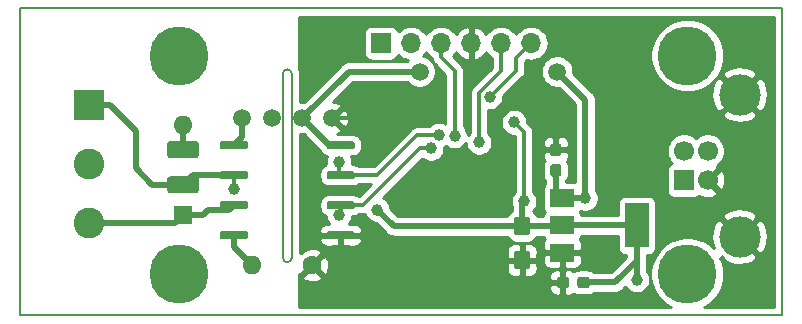
<source format=gbr>
G04 #@! TF.GenerationSoftware,KiCad,Pcbnew,5.1.4*
G04 #@! TF.CreationDate,2020-05-23T13:02:16+03:00*
G04 #@! TF.ProjectId,stm32,73746d33-322e-46b6-9963-61645f706362,rev?*
G04 #@! TF.SameCoordinates,Original*
G04 #@! TF.FileFunction,Copper,L2,Bot*
G04 #@! TF.FilePolarity,Positive*
%FSLAX46Y46*%
G04 Gerber Fmt 4.6, Leading zero omitted, Abs format (unit mm)*
G04 Created by KiCad (PCBNEW 5.1.4) date 2020-05-23 13:02:16*
%MOMM*%
%LPD*%
G04 APERTURE LIST*
%ADD10C,0.150000*%
%ADD11O,1.600000X1.600000*%
%ADD12C,1.600000*%
%ADD13R,2.000000X1.500000*%
%ADD14R,2.000000X3.800000*%
%ADD15C,0.100000*%
%ADD16C,0.950000*%
%ADD17C,1.350000*%
%ADD18C,2.600000*%
%ADD19R,2.600000X2.600000*%
%ADD20R,1.700000X1.700000*%
%ADD21O,1.700000X1.700000*%
%ADD22C,1.700000*%
%ADD23C,3.500000*%
%ADD24C,5.000000*%
%ADD25C,1.500000*%
%ADD26C,1.425000*%
%ADD27R,1.600000X1.600000*%
%ADD28C,0.650000*%
%ADD29C,1.000000*%
%ADD30C,0.300000*%
%ADD31C,0.500000*%
%ADD32C,0.254000*%
G04 APERTURE END LIST*
D10*
X61000000Y-75500000D02*
X125500000Y-75500000D01*
X61000000Y-49500000D02*
X61000000Y-75500000D01*
X125500000Y-50000000D02*
X125500000Y-49500000D01*
X61000000Y-49500000D02*
X125500000Y-49500000D01*
X83248500Y-55054500D02*
G75*
G02X84010500Y-55054500I381000J0D01*
G01*
X84010500Y-70612000D02*
G75*
G02X83248500Y-70612000I-381000J0D01*
G01*
X84010500Y-55054500D02*
X84010500Y-70612000D01*
X83248500Y-55054500D02*
X83248500Y-70612000D01*
X125500000Y-75500000D02*
X125500000Y-50000000D01*
D11*
X80645000Y-71247000D03*
D12*
X85725000Y-71247000D03*
D13*
X106920500Y-70181500D03*
X106920500Y-65581500D03*
X106920500Y-67881500D03*
D14*
X113220500Y-67881500D03*
D15*
G36*
X106623279Y-60944144D02*
G01*
X106646334Y-60947563D01*
X106668943Y-60953227D01*
X106690887Y-60961079D01*
X106711957Y-60971044D01*
X106731948Y-60983026D01*
X106750668Y-60996910D01*
X106767938Y-61012562D01*
X106783590Y-61029832D01*
X106797474Y-61048552D01*
X106809456Y-61068543D01*
X106819421Y-61089613D01*
X106827273Y-61111557D01*
X106832937Y-61134166D01*
X106836356Y-61157221D01*
X106837500Y-61180500D01*
X106837500Y-61755500D01*
X106836356Y-61778779D01*
X106832937Y-61801834D01*
X106827273Y-61824443D01*
X106819421Y-61846387D01*
X106809456Y-61867457D01*
X106797474Y-61887448D01*
X106783590Y-61906168D01*
X106767938Y-61923438D01*
X106750668Y-61939090D01*
X106731948Y-61952974D01*
X106711957Y-61964956D01*
X106690887Y-61974921D01*
X106668943Y-61982773D01*
X106646334Y-61988437D01*
X106623279Y-61991856D01*
X106600000Y-61993000D01*
X106125000Y-61993000D01*
X106101721Y-61991856D01*
X106078666Y-61988437D01*
X106056057Y-61982773D01*
X106034113Y-61974921D01*
X106013043Y-61964956D01*
X105993052Y-61952974D01*
X105974332Y-61939090D01*
X105957062Y-61923438D01*
X105941410Y-61906168D01*
X105927526Y-61887448D01*
X105915544Y-61867457D01*
X105905579Y-61846387D01*
X105897727Y-61824443D01*
X105892063Y-61801834D01*
X105888644Y-61778779D01*
X105887500Y-61755500D01*
X105887500Y-61180500D01*
X105888644Y-61157221D01*
X105892063Y-61134166D01*
X105897727Y-61111557D01*
X105905579Y-61089613D01*
X105915544Y-61068543D01*
X105927526Y-61048552D01*
X105941410Y-61029832D01*
X105957062Y-61012562D01*
X105974332Y-60996910D01*
X105993052Y-60983026D01*
X106013043Y-60971044D01*
X106034113Y-60961079D01*
X106056057Y-60953227D01*
X106078666Y-60947563D01*
X106101721Y-60944144D01*
X106125000Y-60943000D01*
X106600000Y-60943000D01*
X106623279Y-60944144D01*
X106623279Y-60944144D01*
G37*
D16*
X106362500Y-61468000D03*
D15*
G36*
X106623279Y-62694144D02*
G01*
X106646334Y-62697563D01*
X106668943Y-62703227D01*
X106690887Y-62711079D01*
X106711957Y-62721044D01*
X106731948Y-62733026D01*
X106750668Y-62746910D01*
X106767938Y-62762562D01*
X106783590Y-62779832D01*
X106797474Y-62798552D01*
X106809456Y-62818543D01*
X106819421Y-62839613D01*
X106827273Y-62861557D01*
X106832937Y-62884166D01*
X106836356Y-62907221D01*
X106837500Y-62930500D01*
X106837500Y-63505500D01*
X106836356Y-63528779D01*
X106832937Y-63551834D01*
X106827273Y-63574443D01*
X106819421Y-63596387D01*
X106809456Y-63617457D01*
X106797474Y-63637448D01*
X106783590Y-63656168D01*
X106767938Y-63673438D01*
X106750668Y-63689090D01*
X106731948Y-63702974D01*
X106711957Y-63714956D01*
X106690887Y-63724921D01*
X106668943Y-63732773D01*
X106646334Y-63738437D01*
X106623279Y-63741856D01*
X106600000Y-63743000D01*
X106125000Y-63743000D01*
X106101721Y-63741856D01*
X106078666Y-63738437D01*
X106056057Y-63732773D01*
X106034113Y-63724921D01*
X106013043Y-63714956D01*
X105993052Y-63702974D01*
X105974332Y-63689090D01*
X105957062Y-63673438D01*
X105941410Y-63656168D01*
X105927526Y-63637448D01*
X105915544Y-63617457D01*
X105905579Y-63596387D01*
X105897727Y-63574443D01*
X105892063Y-63551834D01*
X105888644Y-63528779D01*
X105887500Y-63505500D01*
X105887500Y-62930500D01*
X105888644Y-62907221D01*
X105892063Y-62884166D01*
X105897727Y-62861557D01*
X105905579Y-62839613D01*
X105915544Y-62818543D01*
X105927526Y-62798552D01*
X105941410Y-62779832D01*
X105957062Y-62762562D01*
X105974332Y-62746910D01*
X105993052Y-62733026D01*
X106013043Y-62721044D01*
X106034113Y-62711079D01*
X106056057Y-62703227D01*
X106078666Y-62697563D01*
X106101721Y-62694144D01*
X106125000Y-62693000D01*
X106600000Y-62693000D01*
X106623279Y-62694144D01*
X106623279Y-62694144D01*
G37*
D16*
X106362500Y-63218000D03*
D15*
G36*
X103954505Y-67158704D02*
G01*
X103978773Y-67162304D01*
X104002572Y-67168265D01*
X104025671Y-67176530D01*
X104047850Y-67187020D01*
X104068893Y-67199632D01*
X104088599Y-67214247D01*
X104106777Y-67230723D01*
X104123253Y-67248901D01*
X104137868Y-67268607D01*
X104150480Y-67289650D01*
X104160970Y-67311829D01*
X104169235Y-67334928D01*
X104175196Y-67358727D01*
X104178796Y-67382995D01*
X104180000Y-67407499D01*
X104180000Y-68482501D01*
X104178796Y-68507005D01*
X104175196Y-68531273D01*
X104169235Y-68555072D01*
X104160970Y-68578171D01*
X104150480Y-68600350D01*
X104137868Y-68621393D01*
X104123253Y-68641099D01*
X104106777Y-68659277D01*
X104088599Y-68675753D01*
X104068893Y-68690368D01*
X104047850Y-68702980D01*
X104025671Y-68713470D01*
X104002572Y-68721735D01*
X103978773Y-68727696D01*
X103954505Y-68731296D01*
X103930001Y-68732500D01*
X103079999Y-68732500D01*
X103055495Y-68731296D01*
X103031227Y-68727696D01*
X103007428Y-68721735D01*
X102984329Y-68713470D01*
X102962150Y-68702980D01*
X102941107Y-68690368D01*
X102921401Y-68675753D01*
X102903223Y-68659277D01*
X102886747Y-68641099D01*
X102872132Y-68621393D01*
X102859520Y-68600350D01*
X102849030Y-68578171D01*
X102840765Y-68555072D01*
X102834804Y-68531273D01*
X102831204Y-68507005D01*
X102830000Y-68482501D01*
X102830000Y-67407499D01*
X102831204Y-67382995D01*
X102834804Y-67358727D01*
X102840765Y-67334928D01*
X102849030Y-67311829D01*
X102859520Y-67289650D01*
X102872132Y-67268607D01*
X102886747Y-67248901D01*
X102903223Y-67230723D01*
X102921401Y-67214247D01*
X102941107Y-67199632D01*
X102962150Y-67187020D01*
X102984329Y-67176530D01*
X103007428Y-67168265D01*
X103031227Y-67162304D01*
X103055495Y-67158704D01*
X103079999Y-67157500D01*
X103930001Y-67157500D01*
X103954505Y-67158704D01*
X103954505Y-67158704D01*
G37*
D17*
X103505000Y-67945000D03*
D15*
G36*
X103954505Y-70033704D02*
G01*
X103978773Y-70037304D01*
X104002572Y-70043265D01*
X104025671Y-70051530D01*
X104047850Y-70062020D01*
X104068893Y-70074632D01*
X104088599Y-70089247D01*
X104106777Y-70105723D01*
X104123253Y-70123901D01*
X104137868Y-70143607D01*
X104150480Y-70164650D01*
X104160970Y-70186829D01*
X104169235Y-70209928D01*
X104175196Y-70233727D01*
X104178796Y-70257995D01*
X104180000Y-70282499D01*
X104180000Y-71357501D01*
X104178796Y-71382005D01*
X104175196Y-71406273D01*
X104169235Y-71430072D01*
X104160970Y-71453171D01*
X104150480Y-71475350D01*
X104137868Y-71496393D01*
X104123253Y-71516099D01*
X104106777Y-71534277D01*
X104088599Y-71550753D01*
X104068893Y-71565368D01*
X104047850Y-71577980D01*
X104025671Y-71588470D01*
X104002572Y-71596735D01*
X103978773Y-71602696D01*
X103954505Y-71606296D01*
X103930001Y-71607500D01*
X103079999Y-71607500D01*
X103055495Y-71606296D01*
X103031227Y-71602696D01*
X103007428Y-71596735D01*
X102984329Y-71588470D01*
X102962150Y-71577980D01*
X102941107Y-71565368D01*
X102921401Y-71550753D01*
X102903223Y-71534277D01*
X102886747Y-71516099D01*
X102872132Y-71496393D01*
X102859520Y-71475350D01*
X102849030Y-71453171D01*
X102840765Y-71430072D01*
X102834804Y-71406273D01*
X102831204Y-71382005D01*
X102830000Y-71357501D01*
X102830000Y-70282499D01*
X102831204Y-70257995D01*
X102834804Y-70233727D01*
X102840765Y-70209928D01*
X102849030Y-70186829D01*
X102859520Y-70164650D01*
X102872132Y-70143607D01*
X102886747Y-70123901D01*
X102903223Y-70105723D01*
X102921401Y-70089247D01*
X102941107Y-70074632D01*
X102962150Y-70062020D01*
X102984329Y-70051530D01*
X103007428Y-70043265D01*
X103031227Y-70037304D01*
X103055495Y-70033704D01*
X103079999Y-70032500D01*
X103930001Y-70032500D01*
X103954505Y-70033704D01*
X103954505Y-70033704D01*
G37*
D17*
X103505000Y-70820000D03*
D15*
G36*
X107272779Y-72233644D02*
G01*
X107295834Y-72237063D01*
X107318443Y-72242727D01*
X107340387Y-72250579D01*
X107361457Y-72260544D01*
X107381448Y-72272526D01*
X107400168Y-72286410D01*
X107417438Y-72302062D01*
X107433090Y-72319332D01*
X107446974Y-72338052D01*
X107458956Y-72358043D01*
X107468921Y-72379113D01*
X107476773Y-72401057D01*
X107482437Y-72423666D01*
X107485856Y-72446721D01*
X107487000Y-72470000D01*
X107487000Y-72945000D01*
X107485856Y-72968279D01*
X107482437Y-72991334D01*
X107476773Y-73013943D01*
X107468921Y-73035887D01*
X107458956Y-73056957D01*
X107446974Y-73076948D01*
X107433090Y-73095668D01*
X107417438Y-73112938D01*
X107400168Y-73128590D01*
X107381448Y-73142474D01*
X107361457Y-73154456D01*
X107340387Y-73164421D01*
X107318443Y-73172273D01*
X107295834Y-73177937D01*
X107272779Y-73181356D01*
X107249500Y-73182500D01*
X106674500Y-73182500D01*
X106651221Y-73181356D01*
X106628166Y-73177937D01*
X106605557Y-73172273D01*
X106583613Y-73164421D01*
X106562543Y-73154456D01*
X106542552Y-73142474D01*
X106523832Y-73128590D01*
X106506562Y-73112938D01*
X106490910Y-73095668D01*
X106477026Y-73076948D01*
X106465044Y-73056957D01*
X106455079Y-73035887D01*
X106447227Y-73013943D01*
X106441563Y-72991334D01*
X106438144Y-72968279D01*
X106437000Y-72945000D01*
X106437000Y-72470000D01*
X106438144Y-72446721D01*
X106441563Y-72423666D01*
X106447227Y-72401057D01*
X106455079Y-72379113D01*
X106465044Y-72358043D01*
X106477026Y-72338052D01*
X106490910Y-72319332D01*
X106506562Y-72302062D01*
X106523832Y-72286410D01*
X106542552Y-72272526D01*
X106562543Y-72260544D01*
X106583613Y-72250579D01*
X106605557Y-72242727D01*
X106628166Y-72237063D01*
X106651221Y-72233644D01*
X106674500Y-72232500D01*
X107249500Y-72232500D01*
X107272779Y-72233644D01*
X107272779Y-72233644D01*
G37*
D16*
X106962000Y-72707500D03*
D15*
G36*
X109022779Y-72233644D02*
G01*
X109045834Y-72237063D01*
X109068443Y-72242727D01*
X109090387Y-72250579D01*
X109111457Y-72260544D01*
X109131448Y-72272526D01*
X109150168Y-72286410D01*
X109167438Y-72302062D01*
X109183090Y-72319332D01*
X109196974Y-72338052D01*
X109208956Y-72358043D01*
X109218921Y-72379113D01*
X109226773Y-72401057D01*
X109232437Y-72423666D01*
X109235856Y-72446721D01*
X109237000Y-72470000D01*
X109237000Y-72945000D01*
X109235856Y-72968279D01*
X109232437Y-72991334D01*
X109226773Y-73013943D01*
X109218921Y-73035887D01*
X109208956Y-73056957D01*
X109196974Y-73076948D01*
X109183090Y-73095668D01*
X109167438Y-73112938D01*
X109150168Y-73128590D01*
X109131448Y-73142474D01*
X109111457Y-73154456D01*
X109090387Y-73164421D01*
X109068443Y-73172273D01*
X109045834Y-73177937D01*
X109022779Y-73181356D01*
X108999500Y-73182500D01*
X108424500Y-73182500D01*
X108401221Y-73181356D01*
X108378166Y-73177937D01*
X108355557Y-73172273D01*
X108333613Y-73164421D01*
X108312543Y-73154456D01*
X108292552Y-73142474D01*
X108273832Y-73128590D01*
X108256562Y-73112938D01*
X108240910Y-73095668D01*
X108227026Y-73076948D01*
X108215044Y-73056957D01*
X108205079Y-73035887D01*
X108197227Y-73013943D01*
X108191563Y-72991334D01*
X108188144Y-72968279D01*
X108187000Y-72945000D01*
X108187000Y-72470000D01*
X108188144Y-72446721D01*
X108191563Y-72423666D01*
X108197227Y-72401057D01*
X108205079Y-72379113D01*
X108215044Y-72358043D01*
X108227026Y-72338052D01*
X108240910Y-72319332D01*
X108256562Y-72302062D01*
X108273832Y-72286410D01*
X108292552Y-72272526D01*
X108312543Y-72260544D01*
X108333613Y-72250579D01*
X108355557Y-72242727D01*
X108378166Y-72237063D01*
X108401221Y-72233644D01*
X108424500Y-72232500D01*
X108999500Y-72232500D01*
X109022779Y-72233644D01*
X109022779Y-72233644D01*
G37*
D16*
X108712000Y-72707500D03*
D18*
X66802000Y-67658000D03*
X66802000Y-62658000D03*
D19*
X66802000Y-57658000D03*
D20*
X91567000Y-52451000D03*
D21*
X94107000Y-52451000D03*
X96647000Y-52451000D03*
X99187000Y-52451000D03*
X101727000Y-52451000D03*
X104267000Y-52451000D03*
D20*
X117221000Y-64071500D03*
D22*
X117221000Y-61571500D03*
X119221000Y-61571500D03*
X119221000Y-64071500D03*
D23*
X121931000Y-68841500D03*
X121931000Y-56801500D03*
D24*
X74500000Y-53500000D03*
X117500000Y-53500000D03*
X117500000Y-72000000D03*
X74500000Y-72000000D03*
D25*
X87439500Y-58801000D03*
X84899500Y-58801000D03*
X82359500Y-58801000D03*
X79819500Y-58801000D03*
D15*
G36*
X75902504Y-60756704D02*
G01*
X75926773Y-60760304D01*
X75950571Y-60766265D01*
X75973671Y-60774530D01*
X75995849Y-60785020D01*
X76016893Y-60797633D01*
X76036598Y-60812247D01*
X76054777Y-60828723D01*
X76071253Y-60846902D01*
X76085867Y-60866607D01*
X76098480Y-60887651D01*
X76108970Y-60909829D01*
X76117235Y-60932929D01*
X76123196Y-60956727D01*
X76126796Y-60980996D01*
X76128000Y-61005500D01*
X76128000Y-61930500D01*
X76126796Y-61955004D01*
X76123196Y-61979273D01*
X76117235Y-62003071D01*
X76108970Y-62026171D01*
X76098480Y-62048349D01*
X76085867Y-62069393D01*
X76071253Y-62089098D01*
X76054777Y-62107277D01*
X76036598Y-62123753D01*
X76016893Y-62138367D01*
X75995849Y-62150980D01*
X75973671Y-62161470D01*
X75950571Y-62169735D01*
X75926773Y-62175696D01*
X75902504Y-62179296D01*
X75878000Y-62180500D01*
X73728000Y-62180500D01*
X73703496Y-62179296D01*
X73679227Y-62175696D01*
X73655429Y-62169735D01*
X73632329Y-62161470D01*
X73610151Y-62150980D01*
X73589107Y-62138367D01*
X73569402Y-62123753D01*
X73551223Y-62107277D01*
X73534747Y-62089098D01*
X73520133Y-62069393D01*
X73507520Y-62048349D01*
X73497030Y-62026171D01*
X73488765Y-62003071D01*
X73482804Y-61979273D01*
X73479204Y-61955004D01*
X73478000Y-61930500D01*
X73478000Y-61005500D01*
X73479204Y-60980996D01*
X73482804Y-60956727D01*
X73488765Y-60932929D01*
X73497030Y-60909829D01*
X73507520Y-60887651D01*
X73520133Y-60866607D01*
X73534747Y-60846902D01*
X73551223Y-60828723D01*
X73569402Y-60812247D01*
X73589107Y-60797633D01*
X73610151Y-60785020D01*
X73632329Y-60774530D01*
X73655429Y-60766265D01*
X73679227Y-60760304D01*
X73703496Y-60756704D01*
X73728000Y-60755500D01*
X75878000Y-60755500D01*
X75902504Y-60756704D01*
X75902504Y-60756704D01*
G37*
D26*
X74803000Y-61468000D03*
D15*
G36*
X75902504Y-63731704D02*
G01*
X75926773Y-63735304D01*
X75950571Y-63741265D01*
X75973671Y-63749530D01*
X75995849Y-63760020D01*
X76016893Y-63772633D01*
X76036598Y-63787247D01*
X76054777Y-63803723D01*
X76071253Y-63821902D01*
X76085867Y-63841607D01*
X76098480Y-63862651D01*
X76108970Y-63884829D01*
X76117235Y-63907929D01*
X76123196Y-63931727D01*
X76126796Y-63955996D01*
X76128000Y-63980500D01*
X76128000Y-64905500D01*
X76126796Y-64930004D01*
X76123196Y-64954273D01*
X76117235Y-64978071D01*
X76108970Y-65001171D01*
X76098480Y-65023349D01*
X76085867Y-65044393D01*
X76071253Y-65064098D01*
X76054777Y-65082277D01*
X76036598Y-65098753D01*
X76016893Y-65113367D01*
X75995849Y-65125980D01*
X75973671Y-65136470D01*
X75950571Y-65144735D01*
X75926773Y-65150696D01*
X75902504Y-65154296D01*
X75878000Y-65155500D01*
X73728000Y-65155500D01*
X73703496Y-65154296D01*
X73679227Y-65150696D01*
X73655429Y-65144735D01*
X73632329Y-65136470D01*
X73610151Y-65125980D01*
X73589107Y-65113367D01*
X73569402Y-65098753D01*
X73551223Y-65082277D01*
X73534747Y-65064098D01*
X73520133Y-65044393D01*
X73507520Y-65023349D01*
X73497030Y-65001171D01*
X73488765Y-64978071D01*
X73482804Y-64954273D01*
X73479204Y-64930004D01*
X73478000Y-64905500D01*
X73478000Y-63980500D01*
X73479204Y-63955996D01*
X73482804Y-63931727D01*
X73488765Y-63907929D01*
X73497030Y-63884829D01*
X73507520Y-63862651D01*
X73520133Y-63841607D01*
X73534747Y-63821902D01*
X73551223Y-63803723D01*
X73569402Y-63787247D01*
X73589107Y-63772633D01*
X73610151Y-63760020D01*
X73632329Y-63749530D01*
X73655429Y-63741265D01*
X73679227Y-63735304D01*
X73703496Y-63731704D01*
X73728000Y-63730500D01*
X75878000Y-63730500D01*
X75902504Y-63731704D01*
X75902504Y-63731704D01*
G37*
D26*
X74803000Y-64443000D03*
D27*
X74803000Y-66992500D03*
D11*
X74803000Y-59372500D03*
D15*
G36*
X89182928Y-60762782D02*
G01*
X89198702Y-60765122D01*
X89214171Y-60768997D01*
X89229186Y-60774370D01*
X89243602Y-60781188D01*
X89257280Y-60789386D01*
X89270089Y-60798886D01*
X89281905Y-60809595D01*
X89292614Y-60821411D01*
X89302114Y-60834220D01*
X89310312Y-60847898D01*
X89317130Y-60862314D01*
X89322503Y-60877329D01*
X89326378Y-60892798D01*
X89328718Y-60908572D01*
X89329500Y-60924500D01*
X89329500Y-61249500D01*
X89328718Y-61265428D01*
X89326378Y-61281202D01*
X89322503Y-61296671D01*
X89317130Y-61311686D01*
X89310312Y-61326102D01*
X89302114Y-61339780D01*
X89292614Y-61352589D01*
X89281905Y-61364405D01*
X89270089Y-61375114D01*
X89257280Y-61384614D01*
X89243602Y-61392812D01*
X89229186Y-61399630D01*
X89214171Y-61405003D01*
X89198702Y-61408878D01*
X89182928Y-61411218D01*
X89167000Y-61412000D01*
X87142000Y-61412000D01*
X87126072Y-61411218D01*
X87110298Y-61408878D01*
X87094829Y-61405003D01*
X87079814Y-61399630D01*
X87065398Y-61392812D01*
X87051720Y-61384614D01*
X87038911Y-61375114D01*
X87027095Y-61364405D01*
X87016386Y-61352589D01*
X87006886Y-61339780D01*
X86998688Y-61326102D01*
X86991870Y-61311686D01*
X86986497Y-61296671D01*
X86982622Y-61281202D01*
X86980282Y-61265428D01*
X86979500Y-61249500D01*
X86979500Y-60924500D01*
X86980282Y-60908572D01*
X86982622Y-60892798D01*
X86986497Y-60877329D01*
X86991870Y-60862314D01*
X86998688Y-60847898D01*
X87006886Y-60834220D01*
X87016386Y-60821411D01*
X87027095Y-60809595D01*
X87038911Y-60798886D01*
X87051720Y-60789386D01*
X87065398Y-60781188D01*
X87079814Y-60774370D01*
X87094829Y-60768997D01*
X87110298Y-60765122D01*
X87126072Y-60762782D01*
X87142000Y-60762000D01*
X89167000Y-60762000D01*
X89182928Y-60762782D01*
X89182928Y-60762782D01*
G37*
D28*
X88154500Y-61087000D03*
D15*
G36*
X89182928Y-63302782D02*
G01*
X89198702Y-63305122D01*
X89214171Y-63308997D01*
X89229186Y-63314370D01*
X89243602Y-63321188D01*
X89257280Y-63329386D01*
X89270089Y-63338886D01*
X89281905Y-63349595D01*
X89292614Y-63361411D01*
X89302114Y-63374220D01*
X89310312Y-63387898D01*
X89317130Y-63402314D01*
X89322503Y-63417329D01*
X89326378Y-63432798D01*
X89328718Y-63448572D01*
X89329500Y-63464500D01*
X89329500Y-63789500D01*
X89328718Y-63805428D01*
X89326378Y-63821202D01*
X89322503Y-63836671D01*
X89317130Y-63851686D01*
X89310312Y-63866102D01*
X89302114Y-63879780D01*
X89292614Y-63892589D01*
X89281905Y-63904405D01*
X89270089Y-63915114D01*
X89257280Y-63924614D01*
X89243602Y-63932812D01*
X89229186Y-63939630D01*
X89214171Y-63945003D01*
X89198702Y-63948878D01*
X89182928Y-63951218D01*
X89167000Y-63952000D01*
X87142000Y-63952000D01*
X87126072Y-63951218D01*
X87110298Y-63948878D01*
X87094829Y-63945003D01*
X87079814Y-63939630D01*
X87065398Y-63932812D01*
X87051720Y-63924614D01*
X87038911Y-63915114D01*
X87027095Y-63904405D01*
X87016386Y-63892589D01*
X87006886Y-63879780D01*
X86998688Y-63866102D01*
X86991870Y-63851686D01*
X86986497Y-63836671D01*
X86982622Y-63821202D01*
X86980282Y-63805428D01*
X86979500Y-63789500D01*
X86979500Y-63464500D01*
X86980282Y-63448572D01*
X86982622Y-63432798D01*
X86986497Y-63417329D01*
X86991870Y-63402314D01*
X86998688Y-63387898D01*
X87006886Y-63374220D01*
X87016386Y-63361411D01*
X87027095Y-63349595D01*
X87038911Y-63338886D01*
X87051720Y-63329386D01*
X87065398Y-63321188D01*
X87079814Y-63314370D01*
X87094829Y-63308997D01*
X87110298Y-63305122D01*
X87126072Y-63302782D01*
X87142000Y-63302000D01*
X89167000Y-63302000D01*
X89182928Y-63302782D01*
X89182928Y-63302782D01*
G37*
D28*
X88154500Y-63627000D03*
D15*
G36*
X89182928Y-65842782D02*
G01*
X89198702Y-65845122D01*
X89214171Y-65848997D01*
X89229186Y-65854370D01*
X89243602Y-65861188D01*
X89257280Y-65869386D01*
X89270089Y-65878886D01*
X89281905Y-65889595D01*
X89292614Y-65901411D01*
X89302114Y-65914220D01*
X89310312Y-65927898D01*
X89317130Y-65942314D01*
X89322503Y-65957329D01*
X89326378Y-65972798D01*
X89328718Y-65988572D01*
X89329500Y-66004500D01*
X89329500Y-66329500D01*
X89328718Y-66345428D01*
X89326378Y-66361202D01*
X89322503Y-66376671D01*
X89317130Y-66391686D01*
X89310312Y-66406102D01*
X89302114Y-66419780D01*
X89292614Y-66432589D01*
X89281905Y-66444405D01*
X89270089Y-66455114D01*
X89257280Y-66464614D01*
X89243602Y-66472812D01*
X89229186Y-66479630D01*
X89214171Y-66485003D01*
X89198702Y-66488878D01*
X89182928Y-66491218D01*
X89167000Y-66492000D01*
X87142000Y-66492000D01*
X87126072Y-66491218D01*
X87110298Y-66488878D01*
X87094829Y-66485003D01*
X87079814Y-66479630D01*
X87065398Y-66472812D01*
X87051720Y-66464614D01*
X87038911Y-66455114D01*
X87027095Y-66444405D01*
X87016386Y-66432589D01*
X87006886Y-66419780D01*
X86998688Y-66406102D01*
X86991870Y-66391686D01*
X86986497Y-66376671D01*
X86982622Y-66361202D01*
X86980282Y-66345428D01*
X86979500Y-66329500D01*
X86979500Y-66004500D01*
X86980282Y-65988572D01*
X86982622Y-65972798D01*
X86986497Y-65957329D01*
X86991870Y-65942314D01*
X86998688Y-65927898D01*
X87006886Y-65914220D01*
X87016386Y-65901411D01*
X87027095Y-65889595D01*
X87038911Y-65878886D01*
X87051720Y-65869386D01*
X87065398Y-65861188D01*
X87079814Y-65854370D01*
X87094829Y-65848997D01*
X87110298Y-65845122D01*
X87126072Y-65842782D01*
X87142000Y-65842000D01*
X89167000Y-65842000D01*
X89182928Y-65842782D01*
X89182928Y-65842782D01*
G37*
D28*
X88154500Y-66167000D03*
D15*
G36*
X89182928Y-68382782D02*
G01*
X89198702Y-68385122D01*
X89214171Y-68388997D01*
X89229186Y-68394370D01*
X89243602Y-68401188D01*
X89257280Y-68409386D01*
X89270089Y-68418886D01*
X89281905Y-68429595D01*
X89292614Y-68441411D01*
X89302114Y-68454220D01*
X89310312Y-68467898D01*
X89317130Y-68482314D01*
X89322503Y-68497329D01*
X89326378Y-68512798D01*
X89328718Y-68528572D01*
X89329500Y-68544500D01*
X89329500Y-68869500D01*
X89328718Y-68885428D01*
X89326378Y-68901202D01*
X89322503Y-68916671D01*
X89317130Y-68931686D01*
X89310312Y-68946102D01*
X89302114Y-68959780D01*
X89292614Y-68972589D01*
X89281905Y-68984405D01*
X89270089Y-68995114D01*
X89257280Y-69004614D01*
X89243602Y-69012812D01*
X89229186Y-69019630D01*
X89214171Y-69025003D01*
X89198702Y-69028878D01*
X89182928Y-69031218D01*
X89167000Y-69032000D01*
X87142000Y-69032000D01*
X87126072Y-69031218D01*
X87110298Y-69028878D01*
X87094829Y-69025003D01*
X87079814Y-69019630D01*
X87065398Y-69012812D01*
X87051720Y-69004614D01*
X87038911Y-68995114D01*
X87027095Y-68984405D01*
X87016386Y-68972589D01*
X87006886Y-68959780D01*
X86998688Y-68946102D01*
X86991870Y-68931686D01*
X86986497Y-68916671D01*
X86982622Y-68901202D01*
X86980282Y-68885428D01*
X86979500Y-68869500D01*
X86979500Y-68544500D01*
X86980282Y-68528572D01*
X86982622Y-68512798D01*
X86986497Y-68497329D01*
X86991870Y-68482314D01*
X86998688Y-68467898D01*
X87006886Y-68454220D01*
X87016386Y-68441411D01*
X87027095Y-68429595D01*
X87038911Y-68418886D01*
X87051720Y-68409386D01*
X87065398Y-68401188D01*
X87079814Y-68394370D01*
X87094829Y-68388997D01*
X87110298Y-68385122D01*
X87126072Y-68382782D01*
X87142000Y-68382000D01*
X89167000Y-68382000D01*
X89182928Y-68382782D01*
X89182928Y-68382782D01*
G37*
D28*
X88154500Y-68707000D03*
D15*
G36*
X80132928Y-68382782D02*
G01*
X80148702Y-68385122D01*
X80164171Y-68388997D01*
X80179186Y-68394370D01*
X80193602Y-68401188D01*
X80207280Y-68409386D01*
X80220089Y-68418886D01*
X80231905Y-68429595D01*
X80242614Y-68441411D01*
X80252114Y-68454220D01*
X80260312Y-68467898D01*
X80267130Y-68482314D01*
X80272503Y-68497329D01*
X80276378Y-68512798D01*
X80278718Y-68528572D01*
X80279500Y-68544500D01*
X80279500Y-68869500D01*
X80278718Y-68885428D01*
X80276378Y-68901202D01*
X80272503Y-68916671D01*
X80267130Y-68931686D01*
X80260312Y-68946102D01*
X80252114Y-68959780D01*
X80242614Y-68972589D01*
X80231905Y-68984405D01*
X80220089Y-68995114D01*
X80207280Y-69004614D01*
X80193602Y-69012812D01*
X80179186Y-69019630D01*
X80164171Y-69025003D01*
X80148702Y-69028878D01*
X80132928Y-69031218D01*
X80117000Y-69032000D01*
X78092000Y-69032000D01*
X78076072Y-69031218D01*
X78060298Y-69028878D01*
X78044829Y-69025003D01*
X78029814Y-69019630D01*
X78015398Y-69012812D01*
X78001720Y-69004614D01*
X77988911Y-68995114D01*
X77977095Y-68984405D01*
X77966386Y-68972589D01*
X77956886Y-68959780D01*
X77948688Y-68946102D01*
X77941870Y-68931686D01*
X77936497Y-68916671D01*
X77932622Y-68901202D01*
X77930282Y-68885428D01*
X77929500Y-68869500D01*
X77929500Y-68544500D01*
X77930282Y-68528572D01*
X77932622Y-68512798D01*
X77936497Y-68497329D01*
X77941870Y-68482314D01*
X77948688Y-68467898D01*
X77956886Y-68454220D01*
X77966386Y-68441411D01*
X77977095Y-68429595D01*
X77988911Y-68418886D01*
X78001720Y-68409386D01*
X78015398Y-68401188D01*
X78029814Y-68394370D01*
X78044829Y-68388997D01*
X78060298Y-68385122D01*
X78076072Y-68382782D01*
X78092000Y-68382000D01*
X80117000Y-68382000D01*
X80132928Y-68382782D01*
X80132928Y-68382782D01*
G37*
D28*
X79104500Y-68707000D03*
D15*
G36*
X80132928Y-65842782D02*
G01*
X80148702Y-65845122D01*
X80164171Y-65848997D01*
X80179186Y-65854370D01*
X80193602Y-65861188D01*
X80207280Y-65869386D01*
X80220089Y-65878886D01*
X80231905Y-65889595D01*
X80242614Y-65901411D01*
X80252114Y-65914220D01*
X80260312Y-65927898D01*
X80267130Y-65942314D01*
X80272503Y-65957329D01*
X80276378Y-65972798D01*
X80278718Y-65988572D01*
X80279500Y-66004500D01*
X80279500Y-66329500D01*
X80278718Y-66345428D01*
X80276378Y-66361202D01*
X80272503Y-66376671D01*
X80267130Y-66391686D01*
X80260312Y-66406102D01*
X80252114Y-66419780D01*
X80242614Y-66432589D01*
X80231905Y-66444405D01*
X80220089Y-66455114D01*
X80207280Y-66464614D01*
X80193602Y-66472812D01*
X80179186Y-66479630D01*
X80164171Y-66485003D01*
X80148702Y-66488878D01*
X80132928Y-66491218D01*
X80117000Y-66492000D01*
X78092000Y-66492000D01*
X78076072Y-66491218D01*
X78060298Y-66488878D01*
X78044829Y-66485003D01*
X78029814Y-66479630D01*
X78015398Y-66472812D01*
X78001720Y-66464614D01*
X77988911Y-66455114D01*
X77977095Y-66444405D01*
X77966386Y-66432589D01*
X77956886Y-66419780D01*
X77948688Y-66406102D01*
X77941870Y-66391686D01*
X77936497Y-66376671D01*
X77932622Y-66361202D01*
X77930282Y-66345428D01*
X77929500Y-66329500D01*
X77929500Y-66004500D01*
X77930282Y-65988572D01*
X77932622Y-65972798D01*
X77936497Y-65957329D01*
X77941870Y-65942314D01*
X77948688Y-65927898D01*
X77956886Y-65914220D01*
X77966386Y-65901411D01*
X77977095Y-65889595D01*
X77988911Y-65878886D01*
X78001720Y-65869386D01*
X78015398Y-65861188D01*
X78029814Y-65854370D01*
X78044829Y-65848997D01*
X78060298Y-65845122D01*
X78076072Y-65842782D01*
X78092000Y-65842000D01*
X80117000Y-65842000D01*
X80132928Y-65842782D01*
X80132928Y-65842782D01*
G37*
D28*
X79104500Y-66167000D03*
D15*
G36*
X80132928Y-63302782D02*
G01*
X80148702Y-63305122D01*
X80164171Y-63308997D01*
X80179186Y-63314370D01*
X80193602Y-63321188D01*
X80207280Y-63329386D01*
X80220089Y-63338886D01*
X80231905Y-63349595D01*
X80242614Y-63361411D01*
X80252114Y-63374220D01*
X80260312Y-63387898D01*
X80267130Y-63402314D01*
X80272503Y-63417329D01*
X80276378Y-63432798D01*
X80278718Y-63448572D01*
X80279500Y-63464500D01*
X80279500Y-63789500D01*
X80278718Y-63805428D01*
X80276378Y-63821202D01*
X80272503Y-63836671D01*
X80267130Y-63851686D01*
X80260312Y-63866102D01*
X80252114Y-63879780D01*
X80242614Y-63892589D01*
X80231905Y-63904405D01*
X80220089Y-63915114D01*
X80207280Y-63924614D01*
X80193602Y-63932812D01*
X80179186Y-63939630D01*
X80164171Y-63945003D01*
X80148702Y-63948878D01*
X80132928Y-63951218D01*
X80117000Y-63952000D01*
X78092000Y-63952000D01*
X78076072Y-63951218D01*
X78060298Y-63948878D01*
X78044829Y-63945003D01*
X78029814Y-63939630D01*
X78015398Y-63932812D01*
X78001720Y-63924614D01*
X77988911Y-63915114D01*
X77977095Y-63904405D01*
X77966386Y-63892589D01*
X77956886Y-63879780D01*
X77948688Y-63866102D01*
X77941870Y-63851686D01*
X77936497Y-63836671D01*
X77932622Y-63821202D01*
X77930282Y-63805428D01*
X77929500Y-63789500D01*
X77929500Y-63464500D01*
X77930282Y-63448572D01*
X77932622Y-63432798D01*
X77936497Y-63417329D01*
X77941870Y-63402314D01*
X77948688Y-63387898D01*
X77956886Y-63374220D01*
X77966386Y-63361411D01*
X77977095Y-63349595D01*
X77988911Y-63338886D01*
X78001720Y-63329386D01*
X78015398Y-63321188D01*
X78029814Y-63314370D01*
X78044829Y-63308997D01*
X78060298Y-63305122D01*
X78076072Y-63302782D01*
X78092000Y-63302000D01*
X80117000Y-63302000D01*
X80132928Y-63302782D01*
X80132928Y-63302782D01*
G37*
D28*
X79104500Y-63627000D03*
D15*
G36*
X80132928Y-60762782D02*
G01*
X80148702Y-60765122D01*
X80164171Y-60768997D01*
X80179186Y-60774370D01*
X80193602Y-60781188D01*
X80207280Y-60789386D01*
X80220089Y-60798886D01*
X80231905Y-60809595D01*
X80242614Y-60821411D01*
X80252114Y-60834220D01*
X80260312Y-60847898D01*
X80267130Y-60862314D01*
X80272503Y-60877329D01*
X80276378Y-60892798D01*
X80278718Y-60908572D01*
X80279500Y-60924500D01*
X80279500Y-61249500D01*
X80278718Y-61265428D01*
X80276378Y-61281202D01*
X80272503Y-61296671D01*
X80267130Y-61311686D01*
X80260312Y-61326102D01*
X80252114Y-61339780D01*
X80242614Y-61352589D01*
X80231905Y-61364405D01*
X80220089Y-61375114D01*
X80207280Y-61384614D01*
X80193602Y-61392812D01*
X80179186Y-61399630D01*
X80164171Y-61405003D01*
X80148702Y-61408878D01*
X80132928Y-61411218D01*
X80117000Y-61412000D01*
X78092000Y-61412000D01*
X78076072Y-61411218D01*
X78060298Y-61408878D01*
X78044829Y-61405003D01*
X78029814Y-61399630D01*
X78015398Y-61392812D01*
X78001720Y-61384614D01*
X77988911Y-61375114D01*
X77977095Y-61364405D01*
X77966386Y-61352589D01*
X77956886Y-61339780D01*
X77948688Y-61326102D01*
X77941870Y-61311686D01*
X77936497Y-61296671D01*
X77932622Y-61281202D01*
X77930282Y-61265428D01*
X77929500Y-61249500D01*
X77929500Y-60924500D01*
X77930282Y-60908572D01*
X77932622Y-60892798D01*
X77936497Y-60877329D01*
X77941870Y-60862314D01*
X77948688Y-60847898D01*
X77956886Y-60834220D01*
X77966386Y-60821411D01*
X77977095Y-60809595D01*
X77988911Y-60798886D01*
X78001720Y-60789386D01*
X78015398Y-60781188D01*
X78029814Y-60774370D01*
X78044829Y-60768997D01*
X78060298Y-60765122D01*
X78076072Y-60762782D01*
X78092000Y-60762000D01*
X80117000Y-60762000D01*
X80132928Y-60762782D01*
X80132928Y-60762782D01*
G37*
D28*
X79104500Y-61087000D03*
D29*
X93958113Y-56663887D03*
X106324400Y-58166000D03*
X91287600Y-60147200D03*
X104851200Y-64770000D03*
X113233200Y-72491600D03*
X103682800Y-65836800D03*
X91236800Y-66548000D03*
X102837714Y-59149714D03*
X108864400Y-65582800D03*
D25*
X94843600Y-54864000D03*
X106476800Y-54864000D03*
D29*
X97790000Y-60299600D03*
X88000000Y-67000000D03*
X95808800Y-61366400D03*
X88000000Y-62500000D03*
X96469200Y-60248800D03*
X79121000Y-64770000D03*
X99872800Y-60858400D03*
X100778641Y-56989041D03*
D30*
X93251007Y-56663887D02*
X93222094Y-56692800D01*
X93958113Y-56663887D02*
X93251007Y-56663887D01*
X89547700Y-56692800D02*
X87439500Y-58801000D01*
X93222094Y-56692800D02*
X89547700Y-56692800D01*
X106362500Y-58204100D02*
X106324400Y-58166000D01*
X106362500Y-61468000D02*
X106362500Y-58204100D01*
X89941400Y-58801000D02*
X87439500Y-58801000D01*
X91287600Y-60147200D02*
X89941400Y-58801000D01*
X104851200Y-64062894D02*
X104902000Y-64012094D01*
X104851200Y-64770000D02*
X104851200Y-64062894D01*
X104902000Y-62928500D02*
X104851200Y-62877700D01*
X104902000Y-64012094D02*
X104902000Y-62928500D01*
X104952800Y-62877700D02*
X105105200Y-62725300D01*
X104851200Y-62877700D02*
X104952800Y-62877700D01*
X105105200Y-62725300D02*
X105105200Y-61366400D01*
X105206800Y-61468000D02*
X106362500Y-61468000D01*
X105105200Y-61366400D02*
X105206800Y-61468000D01*
D31*
X106857000Y-67945000D02*
X106920500Y-67881500D01*
X103505000Y-67945000D02*
X106857000Y-67945000D01*
X106920500Y-67881500D02*
X113220500Y-67881500D01*
X108712000Y-72707500D02*
X111391700Y-72707500D01*
X113220500Y-70878700D02*
X113220500Y-67881500D01*
X111391700Y-72707500D02*
X113220500Y-70878700D01*
X113220500Y-72478900D02*
X113233200Y-72491600D01*
X113220500Y-70878700D02*
X113220500Y-72478900D01*
X103505000Y-66014600D02*
X103682800Y-65836800D01*
X103505000Y-67945000D02*
X103505000Y-66014600D01*
X92633800Y-67945000D02*
X91236800Y-66548000D01*
X103505000Y-67945000D02*
X92633800Y-67945000D01*
D30*
X103682800Y-59994800D02*
X102837714Y-59149714D01*
X103682800Y-65836800D02*
X103682800Y-59994800D01*
D31*
X87185500Y-61087000D02*
X88154500Y-61087000D01*
X84899500Y-58801000D02*
X87185500Y-61087000D01*
X108863100Y-65581500D02*
X108864400Y-65582800D01*
X106920500Y-65581500D02*
X108863100Y-65581500D01*
X85649499Y-58051001D02*
X85662199Y-58051001D01*
X84899500Y-58801000D02*
X85649499Y-58051001D01*
X88836500Y-54864000D02*
X94843600Y-54864000D01*
X84899500Y-58801000D02*
X88836500Y-54864000D01*
X106362500Y-65023500D02*
X106920500Y-65581500D01*
X106362500Y-63218000D02*
X106362500Y-65023500D01*
X108864400Y-57251600D02*
X108864400Y-59385200D01*
X106476800Y-54864000D02*
X108864400Y-57251600D01*
X108864400Y-59385200D02*
X108864400Y-65582800D01*
D30*
X97790000Y-60299600D02*
X97790000Y-55321200D01*
X96647000Y-53653081D02*
X97790000Y-54796081D01*
X97790000Y-54796081D02*
X97790000Y-55321200D01*
X96647000Y-52451000D02*
X96647000Y-53653081D01*
X88154500Y-66845500D02*
X88000000Y-67000000D01*
X88154500Y-66167000D02*
X88154500Y-66845500D01*
X95808800Y-61366400D02*
X94843600Y-61366400D01*
X90043000Y-66167000D02*
X88154500Y-66167000D01*
X94843600Y-61366400D02*
X90043000Y-66167000D01*
X88000000Y-63472500D02*
X88154500Y-63627000D01*
X88000000Y-62500000D02*
X88000000Y-63472500D01*
X91262200Y-63627000D02*
X88154500Y-63627000D01*
X94640400Y-60248800D02*
X91262200Y-63627000D01*
X96469200Y-60248800D02*
X94640400Y-60248800D01*
D31*
X74137500Y-67658000D02*
X74803000Y-66992500D01*
X66802000Y-67658000D02*
X74137500Y-67658000D01*
X78708790Y-66562710D02*
X76883790Y-66562710D01*
X79104500Y-66167000D02*
X78708790Y-66562710D01*
X76454000Y-66992500D02*
X74803000Y-66992500D01*
X76883790Y-66562710D02*
X76454000Y-66992500D01*
X68602000Y-57658000D02*
X70802500Y-59858500D01*
X66802000Y-57658000D02*
X68602000Y-57658000D01*
X70802500Y-59858500D02*
X70802500Y-63055500D01*
X72190000Y-64443000D02*
X74803000Y-64443000D01*
X70802500Y-63055500D02*
X72190000Y-64443000D01*
X75619000Y-63627000D02*
X74803000Y-64443000D01*
X79104500Y-63627000D02*
X75619000Y-63627000D01*
D30*
X79104500Y-64753500D02*
X79121000Y-64770000D01*
X79104500Y-63627000D02*
X79104500Y-64753500D01*
X99872800Y-60858400D02*
X99872800Y-56692800D01*
X101727000Y-54838600D02*
X101727000Y-52451000D01*
X99872800Y-56692800D02*
X101727000Y-54838600D01*
X103000000Y-53718000D02*
X104267000Y-52451000D01*
X100778641Y-56989041D02*
X103000000Y-54767682D01*
X103000000Y-54767682D02*
X103000000Y-53718000D01*
D31*
X74803000Y-61468000D02*
X74803000Y-59372500D01*
X79819500Y-60372000D02*
X79104500Y-61087000D01*
X79819500Y-58801000D02*
X79819500Y-60372000D01*
X79104500Y-69706500D02*
X80645000Y-71247000D01*
X79104500Y-68707000D02*
X79104500Y-69706500D01*
D32*
G36*
X124798000Y-74798000D02*
G01*
X118916274Y-74798000D01*
X118981190Y-74771111D01*
X119493346Y-74428899D01*
X119928899Y-73993346D01*
X120271111Y-73481190D01*
X120506831Y-72912112D01*
X120627000Y-72307983D01*
X120627000Y-71692017D01*
X120506831Y-71087888D01*
X120307280Y-70606130D01*
X120326629Y-70625479D01*
X120440998Y-70511110D01*
X120627073Y-70852266D01*
X121044409Y-71068013D01*
X121495815Y-71198196D01*
X121963946Y-71237813D01*
X122430811Y-71185342D01*
X122878468Y-71042797D01*
X123234927Y-70852266D01*
X123421003Y-70511109D01*
X121931000Y-69021105D01*
X121916858Y-69035248D01*
X121737252Y-68855642D01*
X121751395Y-68841500D01*
X122110605Y-68841500D01*
X123600609Y-70331503D01*
X123941766Y-70145427D01*
X124157513Y-69728091D01*
X124287696Y-69276685D01*
X124327313Y-68808554D01*
X124274842Y-68341689D01*
X124132297Y-67894032D01*
X123941766Y-67537573D01*
X123600609Y-67351497D01*
X122110605Y-68841500D01*
X121751395Y-68841500D01*
X120261391Y-67351497D01*
X119920234Y-67537573D01*
X119704487Y-67954909D01*
X119574304Y-68406315D01*
X119534687Y-68874446D01*
X119587158Y-69341311D01*
X119729703Y-69788968D01*
X119750935Y-69828690D01*
X119493346Y-69571101D01*
X118981190Y-69228889D01*
X118412112Y-68993169D01*
X117807983Y-68873000D01*
X117192017Y-68873000D01*
X116587888Y-68993169D01*
X116018810Y-69228889D01*
X115506654Y-69571101D01*
X115071101Y-70006654D01*
X114728889Y-70518810D01*
X114493169Y-71087888D01*
X114373000Y-71692017D01*
X114373000Y-72307983D01*
X114493169Y-72912112D01*
X114728889Y-73481190D01*
X115071101Y-73993346D01*
X115506654Y-74428899D01*
X116018810Y-74771111D01*
X116083726Y-74798000D01*
X84627000Y-74798000D01*
X84627000Y-73182500D01*
X105798928Y-73182500D01*
X105811188Y-73306982D01*
X105847498Y-73426680D01*
X105906463Y-73536994D01*
X105985815Y-73633685D01*
X106082506Y-73713037D01*
X106192820Y-73772002D01*
X106312518Y-73808312D01*
X106437000Y-73820572D01*
X106676250Y-73817500D01*
X106835000Y-73658750D01*
X106835000Y-72834500D01*
X105960750Y-72834500D01*
X105802000Y-72993250D01*
X105798928Y-73182500D01*
X84627000Y-73182500D01*
X84627000Y-72239702D01*
X84911903Y-72239702D01*
X84983486Y-72483671D01*
X85238996Y-72604571D01*
X85513184Y-72673300D01*
X85795512Y-72687217D01*
X86075130Y-72645787D01*
X86341292Y-72550603D01*
X86466514Y-72483671D01*
X86538097Y-72239702D01*
X85725000Y-71426605D01*
X84911903Y-72239702D01*
X84627000Y-72239702D01*
X84627000Y-72029201D01*
X84732298Y-72060097D01*
X85545395Y-71247000D01*
X85904605Y-71247000D01*
X86717702Y-72060097D01*
X86961671Y-71988514D01*
X87082571Y-71733004D01*
X87114030Y-71607500D01*
X102191928Y-71607500D01*
X102204188Y-71731982D01*
X102240498Y-71851680D01*
X102299463Y-71961994D01*
X102378815Y-72058685D01*
X102475506Y-72138037D01*
X102585820Y-72197002D01*
X102705518Y-72233312D01*
X102830000Y-72245572D01*
X103219250Y-72242500D01*
X103378000Y-72083750D01*
X103378000Y-70947000D01*
X103632000Y-70947000D01*
X103632000Y-72083750D01*
X103790750Y-72242500D01*
X104180000Y-72245572D01*
X104304482Y-72233312D01*
X104307158Y-72232500D01*
X105798928Y-72232500D01*
X105802000Y-72421750D01*
X105960750Y-72580500D01*
X106835000Y-72580500D01*
X106835000Y-71756250D01*
X106676250Y-71597500D01*
X106437000Y-71594428D01*
X106312518Y-71606688D01*
X106192820Y-71642998D01*
X106082506Y-71701963D01*
X105985815Y-71781315D01*
X105906463Y-71878006D01*
X105847498Y-71988320D01*
X105811188Y-72108018D01*
X105798928Y-72232500D01*
X104307158Y-72232500D01*
X104424180Y-72197002D01*
X104534494Y-72138037D01*
X104631185Y-72058685D01*
X104710537Y-71961994D01*
X104769502Y-71851680D01*
X104805812Y-71731982D01*
X104818072Y-71607500D01*
X104815000Y-71105750D01*
X104656250Y-70947000D01*
X103632000Y-70947000D01*
X103378000Y-70947000D01*
X102353750Y-70947000D01*
X102195000Y-71105750D01*
X102191928Y-71607500D01*
X87114030Y-71607500D01*
X87151300Y-71458816D01*
X87165217Y-71176488D01*
X87128919Y-70931500D01*
X105282428Y-70931500D01*
X105294688Y-71055982D01*
X105330998Y-71175680D01*
X105389963Y-71285994D01*
X105469315Y-71382685D01*
X105566006Y-71462037D01*
X105676320Y-71521002D01*
X105796018Y-71557312D01*
X105920500Y-71569572D01*
X106634750Y-71566500D01*
X106793500Y-71407750D01*
X106793500Y-70308500D01*
X107047500Y-70308500D01*
X107047500Y-71407750D01*
X107206250Y-71566500D01*
X107920500Y-71569572D01*
X108044982Y-71557312D01*
X108164680Y-71521002D01*
X108274994Y-71462037D01*
X108371685Y-71382685D01*
X108451037Y-71285994D01*
X108510002Y-71175680D01*
X108546312Y-71055982D01*
X108558572Y-70931500D01*
X108555500Y-70467250D01*
X108396750Y-70308500D01*
X107047500Y-70308500D01*
X106793500Y-70308500D01*
X105444250Y-70308500D01*
X105285500Y-70467250D01*
X105282428Y-70931500D01*
X87128919Y-70931500D01*
X87123787Y-70896870D01*
X87028603Y-70630708D01*
X86961671Y-70505486D01*
X86717702Y-70433903D01*
X85904605Y-71247000D01*
X85545395Y-71247000D01*
X85531253Y-71232858D01*
X85710858Y-71053253D01*
X85725000Y-71067395D01*
X86538097Y-70254298D01*
X86473020Y-70032500D01*
X102191928Y-70032500D01*
X102195000Y-70534250D01*
X102353750Y-70693000D01*
X103378000Y-70693000D01*
X103378000Y-69556250D01*
X103632000Y-69556250D01*
X103632000Y-70693000D01*
X104656250Y-70693000D01*
X104815000Y-70534250D01*
X104818072Y-70032500D01*
X104805812Y-69908018D01*
X104769502Y-69788320D01*
X104710537Y-69678006D01*
X104631185Y-69581315D01*
X104534494Y-69501963D01*
X104424180Y-69442998D01*
X104304482Y-69406688D01*
X104180000Y-69394428D01*
X103790750Y-69397500D01*
X103632000Y-69556250D01*
X103378000Y-69556250D01*
X103219250Y-69397500D01*
X102830000Y-69394428D01*
X102705518Y-69406688D01*
X102585820Y-69442998D01*
X102475506Y-69501963D01*
X102378815Y-69581315D01*
X102299463Y-69678006D01*
X102240498Y-69788320D01*
X102204188Y-69908018D01*
X102191928Y-70032500D01*
X86473020Y-70032500D01*
X86466514Y-70010329D01*
X86211004Y-69889429D01*
X85936816Y-69820700D01*
X85654488Y-69806783D01*
X85374870Y-69848213D01*
X85108708Y-69943397D01*
X84983486Y-70010329D01*
X84911903Y-70254296D01*
X84795630Y-70138023D01*
X84712500Y-70221153D01*
X84712500Y-69032000D01*
X86341428Y-69032000D01*
X86353688Y-69156482D01*
X86389998Y-69276180D01*
X86448963Y-69386494D01*
X86528315Y-69483185D01*
X86625006Y-69562537D01*
X86735320Y-69621502D01*
X86855018Y-69657812D01*
X86979500Y-69670072D01*
X87868750Y-69667000D01*
X88027500Y-69508250D01*
X88027500Y-68834000D01*
X88281500Y-68834000D01*
X88281500Y-69508250D01*
X88440250Y-69667000D01*
X89329500Y-69670072D01*
X89453982Y-69657812D01*
X89573680Y-69621502D01*
X89683994Y-69562537D01*
X89780685Y-69483185D01*
X89860037Y-69386494D01*
X89919002Y-69276180D01*
X89955312Y-69156482D01*
X89967572Y-69032000D01*
X89964500Y-68992750D01*
X89805750Y-68834000D01*
X88281500Y-68834000D01*
X88027500Y-68834000D01*
X86503250Y-68834000D01*
X86344500Y-68992750D01*
X86341428Y-69032000D01*
X84712500Y-69032000D01*
X84712500Y-60167781D01*
X84763877Y-60178000D01*
X85035123Y-60178000D01*
X85036051Y-60177816D01*
X86409260Y-61551025D01*
X86409795Y-61552789D01*
X86483033Y-61689808D01*
X86581595Y-61809905D01*
X86701692Y-61908467D01*
X86838711Y-61981705D01*
X86977402Y-62023777D01*
X86916310Y-62171266D01*
X86873000Y-62389000D01*
X86873000Y-62611000D01*
X86893803Y-62715583D01*
X86838711Y-62732295D01*
X86701692Y-62805533D01*
X86581595Y-62904095D01*
X86483033Y-63024192D01*
X86409795Y-63161211D01*
X86364695Y-63309884D01*
X86349467Y-63464500D01*
X86349467Y-63789500D01*
X86364695Y-63944116D01*
X86409795Y-64092789D01*
X86483033Y-64229808D01*
X86581595Y-64349905D01*
X86701692Y-64448467D01*
X86838711Y-64521705D01*
X86987384Y-64566805D01*
X87142000Y-64582033D01*
X89167000Y-64582033D01*
X89321616Y-64566805D01*
X89470289Y-64521705D01*
X89607308Y-64448467D01*
X89661491Y-64404000D01*
X90707157Y-64404000D01*
X89721157Y-65390000D01*
X89661491Y-65390000D01*
X89607308Y-65345533D01*
X89470289Y-65272295D01*
X89321616Y-65227195D01*
X89167000Y-65211967D01*
X87142000Y-65211967D01*
X86987384Y-65227195D01*
X86838711Y-65272295D01*
X86701692Y-65345533D01*
X86581595Y-65444095D01*
X86483033Y-65564192D01*
X86409795Y-65701211D01*
X86364695Y-65849884D01*
X86349467Y-66004500D01*
X86349467Y-66329500D01*
X86364695Y-66484116D01*
X86409795Y-66632789D01*
X86483033Y-66769808D01*
X86581595Y-66889905D01*
X86701692Y-66988467D01*
X86838711Y-67061705D01*
X86873000Y-67072107D01*
X86873000Y-67111000D01*
X86916310Y-67328734D01*
X87001266Y-67533835D01*
X87124602Y-67718421D01*
X87150700Y-67744519D01*
X86979500Y-67743928D01*
X86855018Y-67756188D01*
X86735320Y-67792498D01*
X86625006Y-67851463D01*
X86528315Y-67930815D01*
X86448963Y-68027506D01*
X86389998Y-68137820D01*
X86353688Y-68257518D01*
X86341428Y-68382000D01*
X86344500Y-68421250D01*
X86503250Y-68580000D01*
X88027500Y-68580000D01*
X88027500Y-68560000D01*
X88281500Y-68560000D01*
X88281500Y-68580000D01*
X89805750Y-68580000D01*
X89964500Y-68421250D01*
X89967572Y-68382000D01*
X89955312Y-68257518D01*
X89919002Y-68137820D01*
X89860037Y-68027506D01*
X89780685Y-67930815D01*
X89683994Y-67851463D01*
X89573680Y-67792498D01*
X89453982Y-67756188D01*
X89329500Y-67743928D01*
X88848228Y-67745591D01*
X88875398Y-67718421D01*
X88998734Y-67533835D01*
X89083690Y-67328734D01*
X89124805Y-67122033D01*
X89167000Y-67122033D01*
X89321616Y-67106805D01*
X89470289Y-67061705D01*
X89607308Y-66988467D01*
X89661491Y-66944000D01*
X90004837Y-66944000D01*
X90043000Y-66947759D01*
X90081163Y-66944000D01*
X90081166Y-66944000D01*
X90177060Y-66934555D01*
X90238066Y-67081835D01*
X90361402Y-67266421D01*
X90518379Y-67423398D01*
X90702965Y-67546734D01*
X90908066Y-67631690D01*
X91122973Y-67674438D01*
X91983203Y-68534668D01*
X92010667Y-68568133D01*
X92144208Y-68677727D01*
X92296563Y-68759162D01*
X92461878Y-68809310D01*
X92590721Y-68822000D01*
X92590730Y-68822000D01*
X92633799Y-68826242D01*
X92676869Y-68822000D01*
X102268412Y-68822000D01*
X102348279Y-68971421D01*
X102457722Y-69104778D01*
X102591079Y-69214221D01*
X102743225Y-69295545D01*
X102908313Y-69345623D01*
X103079999Y-69362533D01*
X103930001Y-69362533D01*
X104101687Y-69345623D01*
X104266775Y-69295545D01*
X104418921Y-69214221D01*
X104552278Y-69104778D01*
X104661721Y-68971421D01*
X104741588Y-68822000D01*
X105323075Y-68822000D01*
X105338425Y-68872603D01*
X105396647Y-68981528D01*
X105432483Y-69025195D01*
X105389963Y-69077006D01*
X105330998Y-69187320D01*
X105294688Y-69307018D01*
X105282428Y-69431500D01*
X105285500Y-69895750D01*
X105444250Y-70054500D01*
X106793500Y-70054500D01*
X106793500Y-70034500D01*
X107047500Y-70034500D01*
X107047500Y-70054500D01*
X108396750Y-70054500D01*
X108555500Y-69895750D01*
X108558572Y-69431500D01*
X108546312Y-69307018D01*
X108510002Y-69187320D01*
X108451037Y-69077006D01*
X108408517Y-69025195D01*
X108444353Y-68981528D01*
X108502575Y-68872603D01*
X108537187Y-68758500D01*
X111590467Y-68758500D01*
X111590467Y-69781500D01*
X111602573Y-69904413D01*
X111638425Y-70022603D01*
X111696647Y-70131528D01*
X111774999Y-70227001D01*
X111870472Y-70305353D01*
X111979397Y-70363575D01*
X112097587Y-70399427D01*
X112220500Y-70411533D01*
X112343500Y-70411533D01*
X112343500Y-70515434D01*
X111028435Y-71830500D01*
X109581182Y-71830500D01*
X109481476Y-71748673D01*
X109331491Y-71668504D01*
X109168747Y-71619136D01*
X108999500Y-71602467D01*
X108424500Y-71602467D01*
X108255253Y-71619136D01*
X108092509Y-71668504D01*
X107942524Y-71748673D01*
X107920467Y-71766775D01*
X107841494Y-71701963D01*
X107731180Y-71642998D01*
X107611482Y-71606688D01*
X107487000Y-71594428D01*
X107247750Y-71597500D01*
X107089000Y-71756250D01*
X107089000Y-72580500D01*
X107109000Y-72580500D01*
X107109000Y-72834500D01*
X107089000Y-72834500D01*
X107089000Y-73658750D01*
X107247750Y-73817500D01*
X107487000Y-73820572D01*
X107611482Y-73808312D01*
X107731180Y-73772002D01*
X107841494Y-73713037D01*
X107920467Y-73648225D01*
X107942524Y-73666327D01*
X108092509Y-73746496D01*
X108255253Y-73795864D01*
X108424500Y-73812533D01*
X108999500Y-73812533D01*
X109168747Y-73795864D01*
X109331491Y-73746496D01*
X109481476Y-73666327D01*
X109581182Y-73584500D01*
X111348621Y-73584500D01*
X111391700Y-73588743D01*
X111434779Y-73584500D01*
X111563622Y-73571810D01*
X111728937Y-73521662D01*
X111881292Y-73440227D01*
X112014833Y-73330633D01*
X112042297Y-73297168D01*
X112266335Y-73073130D01*
X112357802Y-73210021D01*
X112514779Y-73366998D01*
X112699365Y-73490334D01*
X112904466Y-73575290D01*
X113122200Y-73618600D01*
X113344200Y-73618600D01*
X113561934Y-73575290D01*
X113767035Y-73490334D01*
X113951621Y-73366998D01*
X114108598Y-73210021D01*
X114231934Y-73025435D01*
X114316890Y-72820334D01*
X114360200Y-72602600D01*
X114360200Y-72380600D01*
X114316890Y-72162866D01*
X114231934Y-71957765D01*
X114108598Y-71773179D01*
X114097500Y-71762081D01*
X114097500Y-70921778D01*
X114101743Y-70878700D01*
X114097500Y-70835621D01*
X114097500Y-70411533D01*
X114220500Y-70411533D01*
X114343413Y-70399427D01*
X114461603Y-70363575D01*
X114570528Y-70305353D01*
X114666001Y-70227001D01*
X114744353Y-70131528D01*
X114802575Y-70022603D01*
X114838427Y-69904413D01*
X114850533Y-69781500D01*
X114850533Y-67171891D01*
X120440997Y-67171891D01*
X121931000Y-68661895D01*
X123421003Y-67171891D01*
X123234927Y-66830734D01*
X122817591Y-66614987D01*
X122366185Y-66484804D01*
X121898054Y-66445187D01*
X121431189Y-66497658D01*
X120983532Y-66640203D01*
X120627073Y-66830734D01*
X120440997Y-67171891D01*
X114850533Y-67171891D01*
X114850533Y-65981500D01*
X114838427Y-65858587D01*
X114802575Y-65740397D01*
X114744353Y-65631472D01*
X114666001Y-65535999D01*
X114570528Y-65457647D01*
X114461603Y-65399425D01*
X114343413Y-65363573D01*
X114220500Y-65351467D01*
X112220500Y-65351467D01*
X112097587Y-65363573D01*
X111979397Y-65399425D01*
X111870472Y-65457647D01*
X111774999Y-65535999D01*
X111696647Y-65631472D01*
X111638425Y-65740397D01*
X111602573Y-65858587D01*
X111590467Y-65981500D01*
X111590467Y-67004500D01*
X108537187Y-67004500D01*
X108502575Y-66890397D01*
X108444353Y-66781472D01*
X108403342Y-66731500D01*
X108444353Y-66681528D01*
X108467486Y-66638249D01*
X108535666Y-66666490D01*
X108753400Y-66709800D01*
X108975400Y-66709800D01*
X109193134Y-66666490D01*
X109398235Y-66581534D01*
X109582821Y-66458198D01*
X109739798Y-66301221D01*
X109863134Y-66116635D01*
X109948090Y-65911534D01*
X109991400Y-65693800D01*
X109991400Y-65471800D01*
X109948090Y-65254066D01*
X109863134Y-65048965D01*
X109741400Y-64866777D01*
X109741400Y-63221500D01*
X115740967Y-63221500D01*
X115740967Y-64921500D01*
X115753073Y-65044413D01*
X115788925Y-65162603D01*
X115847147Y-65271528D01*
X115925499Y-65367001D01*
X116020972Y-65445353D01*
X116129897Y-65503575D01*
X116248087Y-65539427D01*
X116371000Y-65551533D01*
X118071000Y-65551533D01*
X118193913Y-65539427D01*
X118312103Y-65503575D01*
X118421028Y-65445353D01*
X118505900Y-65375701D01*
X118713883Y-65474871D01*
X118997411Y-65546839D01*
X119289531Y-65562111D01*
X119579019Y-65520099D01*
X119854747Y-65422419D01*
X119992157Y-65348972D01*
X120069792Y-65099897D01*
X119221000Y-64251105D01*
X119206858Y-64265248D01*
X119027253Y-64085643D01*
X119041395Y-64071500D01*
X119400605Y-64071500D01*
X120249397Y-64920292D01*
X120498472Y-64842657D01*
X120624371Y-64578617D01*
X120696339Y-64295089D01*
X120711611Y-64002969D01*
X120669599Y-63713481D01*
X120571919Y-63437753D01*
X120498472Y-63300343D01*
X120249397Y-63222708D01*
X119400605Y-64071500D01*
X119041395Y-64071500D01*
X119027253Y-64057358D01*
X119206858Y-63877753D01*
X119221000Y-63891895D01*
X120069792Y-63043103D01*
X120002108Y-62825954D01*
X120162533Y-62718761D01*
X120368261Y-62513033D01*
X120529901Y-62271122D01*
X120641240Y-62002325D01*
X120698000Y-61716972D01*
X120698000Y-61426028D01*
X120641240Y-61140675D01*
X120529901Y-60871878D01*
X120368261Y-60629967D01*
X120162533Y-60424239D01*
X119920622Y-60262599D01*
X119651825Y-60151260D01*
X119366472Y-60094500D01*
X119075528Y-60094500D01*
X118790175Y-60151260D01*
X118521378Y-60262599D01*
X118279467Y-60424239D01*
X118221000Y-60482706D01*
X118162533Y-60424239D01*
X117920622Y-60262599D01*
X117651825Y-60151260D01*
X117366472Y-60094500D01*
X117075528Y-60094500D01*
X116790175Y-60151260D01*
X116521378Y-60262599D01*
X116279467Y-60424239D01*
X116073739Y-60629967D01*
X115912099Y-60871878D01*
X115800760Y-61140675D01*
X115744000Y-61426028D01*
X115744000Y-61716972D01*
X115800760Y-62002325D01*
X115912099Y-62271122D01*
X116073739Y-62513033D01*
X116183785Y-62623079D01*
X116129897Y-62639425D01*
X116020972Y-62697647D01*
X115925499Y-62775999D01*
X115847147Y-62871472D01*
X115788925Y-62980397D01*
X115753073Y-63098587D01*
X115740967Y-63221500D01*
X109741400Y-63221500D01*
X109741400Y-58471109D01*
X120440997Y-58471109D01*
X120627073Y-58812266D01*
X121044409Y-59028013D01*
X121495815Y-59158196D01*
X121963946Y-59197813D01*
X122430811Y-59145342D01*
X122878468Y-59002797D01*
X123234927Y-58812266D01*
X123421003Y-58471109D01*
X121931000Y-56981105D01*
X120440997Y-58471109D01*
X109741400Y-58471109D01*
X109741400Y-57294669D01*
X109745642Y-57251599D01*
X109741400Y-57208530D01*
X109741400Y-57208521D01*
X109728710Y-57079678D01*
X109678562Y-56914363D01*
X109597127Y-56762008D01*
X109487533Y-56628467D01*
X109454069Y-56601004D01*
X107853616Y-55000551D01*
X107853800Y-54999623D01*
X107853800Y-54728377D01*
X107800883Y-54462344D01*
X107697082Y-54211746D01*
X107546386Y-53986213D01*
X107354587Y-53794414D01*
X107129054Y-53643718D01*
X106878456Y-53539917D01*
X106612423Y-53487000D01*
X106341177Y-53487000D01*
X106075144Y-53539917D01*
X105824546Y-53643718D01*
X105599013Y-53794414D01*
X105407214Y-53986213D01*
X105256518Y-54211746D01*
X105152717Y-54462344D01*
X105099800Y-54728377D01*
X105099800Y-54999623D01*
X105152717Y-55265656D01*
X105256518Y-55516254D01*
X105407214Y-55741787D01*
X105599013Y-55933586D01*
X105824546Y-56084282D01*
X106075144Y-56188083D01*
X106341177Y-56241000D01*
X106612423Y-56241000D01*
X106613351Y-56240816D01*
X107987400Y-57614865D01*
X107987401Y-59342112D01*
X107987400Y-59342122D01*
X107987401Y-64208056D01*
X107920500Y-64201467D01*
X107239500Y-64201467D01*
X107239500Y-64087182D01*
X107321327Y-63987476D01*
X107401496Y-63837491D01*
X107450864Y-63674747D01*
X107467533Y-63505500D01*
X107467533Y-62930500D01*
X107450864Y-62761253D01*
X107401496Y-62598509D01*
X107321327Y-62448524D01*
X107303225Y-62426467D01*
X107368037Y-62347494D01*
X107427002Y-62237180D01*
X107463312Y-62117482D01*
X107475572Y-61993000D01*
X107472500Y-61753750D01*
X107313750Y-61595000D01*
X106489500Y-61595000D01*
X106489500Y-61615000D01*
X106235500Y-61615000D01*
X106235500Y-61595000D01*
X105411250Y-61595000D01*
X105252500Y-61753750D01*
X105249428Y-61993000D01*
X105261688Y-62117482D01*
X105297998Y-62237180D01*
X105356963Y-62347494D01*
X105421775Y-62426467D01*
X105403673Y-62448524D01*
X105323504Y-62598509D01*
X105274136Y-62761253D01*
X105257467Y-62930500D01*
X105257467Y-63505500D01*
X105274136Y-63674747D01*
X105323504Y-63837491D01*
X105403673Y-63987476D01*
X105485500Y-64087182D01*
X105485501Y-64377381D01*
X105474999Y-64385999D01*
X105396647Y-64481472D01*
X105338425Y-64590397D01*
X105302573Y-64708587D01*
X105290467Y-64831500D01*
X105290467Y-66331500D01*
X105302573Y-66454413D01*
X105338425Y-66572603D01*
X105396647Y-66681528D01*
X105437658Y-66731500D01*
X105396647Y-66781472D01*
X105338425Y-66890397D01*
X105302573Y-67008587D01*
X105296721Y-67068000D01*
X104741588Y-67068000D01*
X104661721Y-66918579D01*
X104552278Y-66785222D01*
X104429202Y-66684217D01*
X104558198Y-66555221D01*
X104681534Y-66370635D01*
X104766490Y-66165534D01*
X104809800Y-65947800D01*
X104809800Y-65725800D01*
X104766490Y-65508066D01*
X104681534Y-65302965D01*
X104558198Y-65118379D01*
X104459800Y-65019981D01*
X104459800Y-60943000D01*
X105249428Y-60943000D01*
X105252500Y-61182250D01*
X105411250Y-61341000D01*
X106235500Y-61341000D01*
X106235500Y-60466750D01*
X106489500Y-60466750D01*
X106489500Y-61341000D01*
X107313750Y-61341000D01*
X107472500Y-61182250D01*
X107475572Y-60943000D01*
X107463312Y-60818518D01*
X107427002Y-60698820D01*
X107368037Y-60588506D01*
X107288685Y-60491815D01*
X107191994Y-60412463D01*
X107081680Y-60353498D01*
X106961982Y-60317188D01*
X106837500Y-60304928D01*
X106648250Y-60308000D01*
X106489500Y-60466750D01*
X106235500Y-60466750D01*
X106076750Y-60308000D01*
X105887500Y-60304928D01*
X105763018Y-60317188D01*
X105643320Y-60353498D01*
X105533006Y-60412463D01*
X105436315Y-60491815D01*
X105356963Y-60588506D01*
X105297998Y-60698820D01*
X105261688Y-60818518D01*
X105249428Y-60943000D01*
X104459800Y-60943000D01*
X104459800Y-60032955D01*
X104463558Y-59994799D01*
X104459800Y-59956643D01*
X104459800Y-59956634D01*
X104448557Y-59842481D01*
X104404127Y-59696016D01*
X104387714Y-59665310D01*
X104331977Y-59561033D01*
X104259209Y-59472365D01*
X104259208Y-59472364D01*
X104234880Y-59442720D01*
X104205236Y-59418392D01*
X103964714Y-59177870D01*
X103964714Y-59038714D01*
X103921404Y-58820980D01*
X103836448Y-58615879D01*
X103713112Y-58431293D01*
X103556135Y-58274316D01*
X103371549Y-58150980D01*
X103166448Y-58066024D01*
X102948714Y-58022714D01*
X102726714Y-58022714D01*
X102508980Y-58066024D01*
X102303879Y-58150980D01*
X102119293Y-58274316D01*
X101962316Y-58431293D01*
X101838980Y-58615879D01*
X101754024Y-58820980D01*
X101710714Y-59038714D01*
X101710714Y-59260714D01*
X101754024Y-59478448D01*
X101838980Y-59683549D01*
X101962316Y-59868135D01*
X102119293Y-60025112D01*
X102303879Y-60148448D01*
X102508980Y-60233404D01*
X102726714Y-60276714D01*
X102865870Y-60276714D01*
X102905801Y-60316645D01*
X102905800Y-65019981D01*
X102807402Y-65118379D01*
X102684066Y-65302965D01*
X102599110Y-65508066D01*
X102555800Y-65725800D01*
X102555800Y-65947800D01*
X102599110Y-66165534D01*
X102628001Y-66235282D01*
X102628001Y-66656044D01*
X102591079Y-66675779D01*
X102457722Y-66785222D01*
X102348279Y-66918579D01*
X102268412Y-67068000D01*
X92997065Y-67068000D01*
X92363238Y-66434173D01*
X92320490Y-66219266D01*
X92235534Y-66014165D01*
X92112198Y-65829579D01*
X91955221Y-65672602D01*
X91770635Y-65549266D01*
X91762816Y-65546027D01*
X95078712Y-62230131D01*
X95090379Y-62241798D01*
X95274965Y-62365134D01*
X95480066Y-62450090D01*
X95697800Y-62493400D01*
X95919800Y-62493400D01*
X96137534Y-62450090D01*
X96342635Y-62365134D01*
X96527221Y-62241798D01*
X96684198Y-62084821D01*
X96807534Y-61900235D01*
X96892490Y-61695134D01*
X96935800Y-61477400D01*
X96935800Y-61275384D01*
X97003035Y-61247534D01*
X97091586Y-61188366D01*
X97256165Y-61298334D01*
X97461266Y-61383290D01*
X97679000Y-61426600D01*
X97901000Y-61426600D01*
X98118734Y-61383290D01*
X98323835Y-61298334D01*
X98508421Y-61174998D01*
X98665398Y-61018021D01*
X98745800Y-60897690D01*
X98745800Y-60969400D01*
X98789110Y-61187134D01*
X98874066Y-61392235D01*
X98997402Y-61576821D01*
X99154379Y-61733798D01*
X99338965Y-61857134D01*
X99544066Y-61942090D01*
X99761800Y-61985400D01*
X99983800Y-61985400D01*
X100201534Y-61942090D01*
X100406635Y-61857134D01*
X100591221Y-61733798D01*
X100748198Y-61576821D01*
X100871534Y-61392235D01*
X100956490Y-61187134D01*
X100999800Y-60969400D01*
X100999800Y-60747400D01*
X100956490Y-60529666D01*
X100871534Y-60324565D01*
X100748198Y-60139979D01*
X100649800Y-60041581D01*
X100649800Y-58112492D01*
X100667641Y-58116041D01*
X100889641Y-58116041D01*
X101107375Y-58072731D01*
X101312476Y-57987775D01*
X101497062Y-57864439D01*
X101654039Y-57707462D01*
X101777375Y-57522876D01*
X101862331Y-57317775D01*
X101905641Y-57100041D01*
X101905641Y-56960884D01*
X103522437Y-55344089D01*
X103552080Y-55319762D01*
X103576409Y-55290117D01*
X103649177Y-55201449D01*
X103721327Y-55066466D01*
X103727366Y-55046558D01*
X103765757Y-54920001D01*
X103777000Y-54805848D01*
X103777000Y-54805846D01*
X103780759Y-54767683D01*
X103777000Y-54729519D01*
X103777000Y-54039843D01*
X103925865Y-53890979D01*
X103977457Y-53906629D01*
X104194444Y-53928000D01*
X104339556Y-53928000D01*
X104556543Y-53906629D01*
X104834958Y-53822172D01*
X105091547Y-53685022D01*
X105316450Y-53500450D01*
X105501022Y-53275547D01*
X105545669Y-53192017D01*
X114373000Y-53192017D01*
X114373000Y-53807983D01*
X114493169Y-54412112D01*
X114728889Y-54981190D01*
X115071101Y-55493346D01*
X115506654Y-55928899D01*
X116018810Y-56271111D01*
X116587888Y-56506831D01*
X117192017Y-56627000D01*
X117807983Y-56627000D01*
X118412112Y-56506831D01*
X118981190Y-56271111D01*
X119493346Y-55928899D01*
X119915484Y-55506761D01*
X119704487Y-55914909D01*
X119574304Y-56366315D01*
X119534687Y-56834446D01*
X119587158Y-57301311D01*
X119729703Y-57748968D01*
X119920234Y-58105427D01*
X120261391Y-58291503D01*
X121751395Y-56801500D01*
X122110605Y-56801500D01*
X123600609Y-58291503D01*
X123941766Y-58105427D01*
X124157513Y-57688091D01*
X124287696Y-57236685D01*
X124327313Y-56768554D01*
X124274842Y-56301689D01*
X124132297Y-55854032D01*
X123941766Y-55497573D01*
X123600609Y-55311497D01*
X122110605Y-56801500D01*
X121751395Y-56801500D01*
X120261391Y-55311497D01*
X119929424Y-55492561D01*
X120170415Y-55131891D01*
X120440997Y-55131891D01*
X121931000Y-56621895D01*
X123421003Y-55131891D01*
X123234927Y-54790734D01*
X122817591Y-54574987D01*
X122366185Y-54444804D01*
X121898054Y-54405187D01*
X121431189Y-54457658D01*
X120983532Y-54600203D01*
X120627073Y-54790734D01*
X120440997Y-55131891D01*
X120170415Y-55131891D01*
X120271111Y-54981190D01*
X120506831Y-54412112D01*
X120627000Y-53807983D01*
X120627000Y-53192017D01*
X120506831Y-52587888D01*
X120271111Y-52018810D01*
X119928899Y-51506654D01*
X119493346Y-51071101D01*
X118981190Y-50728889D01*
X118412112Y-50493169D01*
X117807983Y-50373000D01*
X117192017Y-50373000D01*
X116587888Y-50493169D01*
X116018810Y-50728889D01*
X115506654Y-51071101D01*
X115071101Y-51506654D01*
X114728889Y-52018810D01*
X114493169Y-52587888D01*
X114373000Y-53192017D01*
X105545669Y-53192017D01*
X105638172Y-53018958D01*
X105722629Y-52740543D01*
X105751146Y-52451000D01*
X105722629Y-52161457D01*
X105638172Y-51883042D01*
X105501022Y-51626453D01*
X105316450Y-51401550D01*
X105091547Y-51216978D01*
X104834958Y-51079828D01*
X104556543Y-50995371D01*
X104339556Y-50974000D01*
X104194444Y-50974000D01*
X103977457Y-50995371D01*
X103699042Y-51079828D01*
X103442453Y-51216978D01*
X103217550Y-51401550D01*
X103032978Y-51626453D01*
X102997000Y-51693763D01*
X102961022Y-51626453D01*
X102776450Y-51401550D01*
X102551547Y-51216978D01*
X102294958Y-51079828D01*
X102016543Y-50995371D01*
X101799556Y-50974000D01*
X101654444Y-50974000D01*
X101437457Y-50995371D01*
X101159042Y-51079828D01*
X100902453Y-51216978D01*
X100677550Y-51401550D01*
X100492978Y-51626453D01*
X100456580Y-51694549D01*
X100382178Y-51569645D01*
X100187269Y-51353412D01*
X99953920Y-51179359D01*
X99691099Y-51054175D01*
X99543890Y-51009524D01*
X99314000Y-51130845D01*
X99314000Y-52324000D01*
X99334000Y-52324000D01*
X99334000Y-52578000D01*
X99314000Y-52578000D01*
X99314000Y-53771155D01*
X99543890Y-53892476D01*
X99691099Y-53847825D01*
X99953920Y-53722641D01*
X100187269Y-53548588D01*
X100382178Y-53332355D01*
X100456580Y-53207451D01*
X100492978Y-53275547D01*
X100677550Y-53500450D01*
X100902453Y-53685022D01*
X100950000Y-53710437D01*
X100950000Y-54516756D01*
X99350365Y-56116392D01*
X99320721Y-56140720D01*
X99296393Y-56170364D01*
X99296391Y-56170366D01*
X99223623Y-56259034D01*
X99151473Y-56394017D01*
X99107044Y-56540482D01*
X99092041Y-56692800D01*
X99095801Y-56730973D01*
X99095800Y-60041581D01*
X98997402Y-60139979D01*
X98917000Y-60260310D01*
X98917000Y-60188600D01*
X98873690Y-59970866D01*
X98788734Y-59765765D01*
X98665398Y-59581179D01*
X98567000Y-59482781D01*
X98567000Y-54834236D01*
X98570758Y-54796080D01*
X98567000Y-54757924D01*
X98567000Y-54757915D01*
X98555757Y-54643762D01*
X98511327Y-54497297D01*
X98492644Y-54462344D01*
X98439177Y-54362314D01*
X98366409Y-54273646D01*
X98366408Y-54273645D01*
X98342080Y-54244001D01*
X98312437Y-54219674D01*
X97639747Y-53546985D01*
X97696450Y-53500450D01*
X97881022Y-53275547D01*
X97917420Y-53207451D01*
X97991822Y-53332355D01*
X98186731Y-53548588D01*
X98420080Y-53722641D01*
X98682901Y-53847825D01*
X98830110Y-53892476D01*
X99060000Y-53771155D01*
X99060000Y-52578000D01*
X99040000Y-52578000D01*
X99040000Y-52324000D01*
X99060000Y-52324000D01*
X99060000Y-51130845D01*
X98830110Y-51009524D01*
X98682901Y-51054175D01*
X98420080Y-51179359D01*
X98186731Y-51353412D01*
X97991822Y-51569645D01*
X97917420Y-51694549D01*
X97881022Y-51626453D01*
X97696450Y-51401550D01*
X97471547Y-51216978D01*
X97214958Y-51079828D01*
X96936543Y-50995371D01*
X96719556Y-50974000D01*
X96574444Y-50974000D01*
X96357457Y-50995371D01*
X96079042Y-51079828D01*
X95822453Y-51216978D01*
X95597550Y-51401550D01*
X95412978Y-51626453D01*
X95377000Y-51693763D01*
X95341022Y-51626453D01*
X95156450Y-51401550D01*
X94931547Y-51216978D01*
X94674958Y-51079828D01*
X94396543Y-50995371D01*
X94179556Y-50974000D01*
X94034444Y-50974000D01*
X93817457Y-50995371D01*
X93539042Y-51079828D01*
X93282453Y-51216978D01*
X93057550Y-51401550D01*
X93024081Y-51442332D01*
X92999075Y-51359897D01*
X92940853Y-51250972D01*
X92862501Y-51155499D01*
X92767028Y-51077147D01*
X92658103Y-51018925D01*
X92539913Y-50983073D01*
X92417000Y-50970967D01*
X90717000Y-50970967D01*
X90594087Y-50983073D01*
X90475897Y-51018925D01*
X90366972Y-51077147D01*
X90271499Y-51155499D01*
X90193147Y-51250972D01*
X90134925Y-51359897D01*
X90099073Y-51478087D01*
X90086967Y-51601000D01*
X90086967Y-53301000D01*
X90099073Y-53423913D01*
X90134925Y-53542103D01*
X90193147Y-53651028D01*
X90271499Y-53746501D01*
X90366972Y-53824853D01*
X90475897Y-53883075D01*
X90594087Y-53918927D01*
X90717000Y-53931033D01*
X92417000Y-53931033D01*
X92539913Y-53918927D01*
X92658103Y-53883075D01*
X92767028Y-53824853D01*
X92862501Y-53746501D01*
X92940853Y-53651028D01*
X92999075Y-53542103D01*
X93024081Y-53459668D01*
X93057550Y-53500450D01*
X93282453Y-53685022D01*
X93539042Y-53822172D01*
X93817457Y-53906629D01*
X93850358Y-53909869D01*
X93774014Y-53986213D01*
X93773488Y-53987000D01*
X88879579Y-53987000D01*
X88836500Y-53982757D01*
X88664577Y-53999690D01*
X88542962Y-54036582D01*
X88499263Y-54049838D01*
X88346908Y-54131273D01*
X88327862Y-54146904D01*
X88249569Y-54211157D01*
X88213367Y-54240867D01*
X88185908Y-54274326D01*
X85059830Y-57400405D01*
X85031079Y-57424000D01*
X84763877Y-57424000D01*
X84712500Y-57434219D01*
X84712500Y-55020020D01*
X84709113Y-54985631D01*
X84709113Y-54980672D01*
X84708088Y-54970924D01*
X84704616Y-54939974D01*
X84702342Y-54916884D01*
X84701841Y-54915231D01*
X84699799Y-54897031D01*
X84686576Y-54834822D01*
X84674215Y-54772392D01*
X84671316Y-54763029D01*
X84648833Y-54692151D01*
X84627000Y-54641210D01*
X84627000Y-50202000D01*
X124798001Y-50202000D01*
X124798000Y-74798000D01*
X124798000Y-74798000D01*
G37*
X124798000Y-74798000D02*
X118916274Y-74798000D01*
X118981190Y-74771111D01*
X119493346Y-74428899D01*
X119928899Y-73993346D01*
X120271111Y-73481190D01*
X120506831Y-72912112D01*
X120627000Y-72307983D01*
X120627000Y-71692017D01*
X120506831Y-71087888D01*
X120307280Y-70606130D01*
X120326629Y-70625479D01*
X120440998Y-70511110D01*
X120627073Y-70852266D01*
X121044409Y-71068013D01*
X121495815Y-71198196D01*
X121963946Y-71237813D01*
X122430811Y-71185342D01*
X122878468Y-71042797D01*
X123234927Y-70852266D01*
X123421003Y-70511109D01*
X121931000Y-69021105D01*
X121916858Y-69035248D01*
X121737252Y-68855642D01*
X121751395Y-68841500D01*
X122110605Y-68841500D01*
X123600609Y-70331503D01*
X123941766Y-70145427D01*
X124157513Y-69728091D01*
X124287696Y-69276685D01*
X124327313Y-68808554D01*
X124274842Y-68341689D01*
X124132297Y-67894032D01*
X123941766Y-67537573D01*
X123600609Y-67351497D01*
X122110605Y-68841500D01*
X121751395Y-68841500D01*
X120261391Y-67351497D01*
X119920234Y-67537573D01*
X119704487Y-67954909D01*
X119574304Y-68406315D01*
X119534687Y-68874446D01*
X119587158Y-69341311D01*
X119729703Y-69788968D01*
X119750935Y-69828690D01*
X119493346Y-69571101D01*
X118981190Y-69228889D01*
X118412112Y-68993169D01*
X117807983Y-68873000D01*
X117192017Y-68873000D01*
X116587888Y-68993169D01*
X116018810Y-69228889D01*
X115506654Y-69571101D01*
X115071101Y-70006654D01*
X114728889Y-70518810D01*
X114493169Y-71087888D01*
X114373000Y-71692017D01*
X114373000Y-72307983D01*
X114493169Y-72912112D01*
X114728889Y-73481190D01*
X115071101Y-73993346D01*
X115506654Y-74428899D01*
X116018810Y-74771111D01*
X116083726Y-74798000D01*
X84627000Y-74798000D01*
X84627000Y-73182500D01*
X105798928Y-73182500D01*
X105811188Y-73306982D01*
X105847498Y-73426680D01*
X105906463Y-73536994D01*
X105985815Y-73633685D01*
X106082506Y-73713037D01*
X106192820Y-73772002D01*
X106312518Y-73808312D01*
X106437000Y-73820572D01*
X106676250Y-73817500D01*
X106835000Y-73658750D01*
X106835000Y-72834500D01*
X105960750Y-72834500D01*
X105802000Y-72993250D01*
X105798928Y-73182500D01*
X84627000Y-73182500D01*
X84627000Y-72239702D01*
X84911903Y-72239702D01*
X84983486Y-72483671D01*
X85238996Y-72604571D01*
X85513184Y-72673300D01*
X85795512Y-72687217D01*
X86075130Y-72645787D01*
X86341292Y-72550603D01*
X86466514Y-72483671D01*
X86538097Y-72239702D01*
X85725000Y-71426605D01*
X84911903Y-72239702D01*
X84627000Y-72239702D01*
X84627000Y-72029201D01*
X84732298Y-72060097D01*
X85545395Y-71247000D01*
X85904605Y-71247000D01*
X86717702Y-72060097D01*
X86961671Y-71988514D01*
X87082571Y-71733004D01*
X87114030Y-71607500D01*
X102191928Y-71607500D01*
X102204188Y-71731982D01*
X102240498Y-71851680D01*
X102299463Y-71961994D01*
X102378815Y-72058685D01*
X102475506Y-72138037D01*
X102585820Y-72197002D01*
X102705518Y-72233312D01*
X102830000Y-72245572D01*
X103219250Y-72242500D01*
X103378000Y-72083750D01*
X103378000Y-70947000D01*
X103632000Y-70947000D01*
X103632000Y-72083750D01*
X103790750Y-72242500D01*
X104180000Y-72245572D01*
X104304482Y-72233312D01*
X104307158Y-72232500D01*
X105798928Y-72232500D01*
X105802000Y-72421750D01*
X105960750Y-72580500D01*
X106835000Y-72580500D01*
X106835000Y-71756250D01*
X106676250Y-71597500D01*
X106437000Y-71594428D01*
X106312518Y-71606688D01*
X106192820Y-71642998D01*
X106082506Y-71701963D01*
X105985815Y-71781315D01*
X105906463Y-71878006D01*
X105847498Y-71988320D01*
X105811188Y-72108018D01*
X105798928Y-72232500D01*
X104307158Y-72232500D01*
X104424180Y-72197002D01*
X104534494Y-72138037D01*
X104631185Y-72058685D01*
X104710537Y-71961994D01*
X104769502Y-71851680D01*
X104805812Y-71731982D01*
X104818072Y-71607500D01*
X104815000Y-71105750D01*
X104656250Y-70947000D01*
X103632000Y-70947000D01*
X103378000Y-70947000D01*
X102353750Y-70947000D01*
X102195000Y-71105750D01*
X102191928Y-71607500D01*
X87114030Y-71607500D01*
X87151300Y-71458816D01*
X87165217Y-71176488D01*
X87128919Y-70931500D01*
X105282428Y-70931500D01*
X105294688Y-71055982D01*
X105330998Y-71175680D01*
X105389963Y-71285994D01*
X105469315Y-71382685D01*
X105566006Y-71462037D01*
X105676320Y-71521002D01*
X105796018Y-71557312D01*
X105920500Y-71569572D01*
X106634750Y-71566500D01*
X106793500Y-71407750D01*
X106793500Y-70308500D01*
X107047500Y-70308500D01*
X107047500Y-71407750D01*
X107206250Y-71566500D01*
X107920500Y-71569572D01*
X108044982Y-71557312D01*
X108164680Y-71521002D01*
X108274994Y-71462037D01*
X108371685Y-71382685D01*
X108451037Y-71285994D01*
X108510002Y-71175680D01*
X108546312Y-71055982D01*
X108558572Y-70931500D01*
X108555500Y-70467250D01*
X108396750Y-70308500D01*
X107047500Y-70308500D01*
X106793500Y-70308500D01*
X105444250Y-70308500D01*
X105285500Y-70467250D01*
X105282428Y-70931500D01*
X87128919Y-70931500D01*
X87123787Y-70896870D01*
X87028603Y-70630708D01*
X86961671Y-70505486D01*
X86717702Y-70433903D01*
X85904605Y-71247000D01*
X85545395Y-71247000D01*
X85531253Y-71232858D01*
X85710858Y-71053253D01*
X85725000Y-71067395D01*
X86538097Y-70254298D01*
X86473020Y-70032500D01*
X102191928Y-70032500D01*
X102195000Y-70534250D01*
X102353750Y-70693000D01*
X103378000Y-70693000D01*
X103378000Y-69556250D01*
X103632000Y-69556250D01*
X103632000Y-70693000D01*
X104656250Y-70693000D01*
X104815000Y-70534250D01*
X104818072Y-70032500D01*
X104805812Y-69908018D01*
X104769502Y-69788320D01*
X104710537Y-69678006D01*
X104631185Y-69581315D01*
X104534494Y-69501963D01*
X104424180Y-69442998D01*
X104304482Y-69406688D01*
X104180000Y-69394428D01*
X103790750Y-69397500D01*
X103632000Y-69556250D01*
X103378000Y-69556250D01*
X103219250Y-69397500D01*
X102830000Y-69394428D01*
X102705518Y-69406688D01*
X102585820Y-69442998D01*
X102475506Y-69501963D01*
X102378815Y-69581315D01*
X102299463Y-69678006D01*
X102240498Y-69788320D01*
X102204188Y-69908018D01*
X102191928Y-70032500D01*
X86473020Y-70032500D01*
X86466514Y-70010329D01*
X86211004Y-69889429D01*
X85936816Y-69820700D01*
X85654488Y-69806783D01*
X85374870Y-69848213D01*
X85108708Y-69943397D01*
X84983486Y-70010329D01*
X84911903Y-70254296D01*
X84795630Y-70138023D01*
X84712500Y-70221153D01*
X84712500Y-69032000D01*
X86341428Y-69032000D01*
X86353688Y-69156482D01*
X86389998Y-69276180D01*
X86448963Y-69386494D01*
X86528315Y-69483185D01*
X86625006Y-69562537D01*
X86735320Y-69621502D01*
X86855018Y-69657812D01*
X86979500Y-69670072D01*
X87868750Y-69667000D01*
X88027500Y-69508250D01*
X88027500Y-68834000D01*
X88281500Y-68834000D01*
X88281500Y-69508250D01*
X88440250Y-69667000D01*
X89329500Y-69670072D01*
X89453982Y-69657812D01*
X89573680Y-69621502D01*
X89683994Y-69562537D01*
X89780685Y-69483185D01*
X89860037Y-69386494D01*
X89919002Y-69276180D01*
X89955312Y-69156482D01*
X89967572Y-69032000D01*
X89964500Y-68992750D01*
X89805750Y-68834000D01*
X88281500Y-68834000D01*
X88027500Y-68834000D01*
X86503250Y-68834000D01*
X86344500Y-68992750D01*
X86341428Y-69032000D01*
X84712500Y-69032000D01*
X84712500Y-60167781D01*
X84763877Y-60178000D01*
X85035123Y-60178000D01*
X85036051Y-60177816D01*
X86409260Y-61551025D01*
X86409795Y-61552789D01*
X86483033Y-61689808D01*
X86581595Y-61809905D01*
X86701692Y-61908467D01*
X86838711Y-61981705D01*
X86977402Y-62023777D01*
X86916310Y-62171266D01*
X86873000Y-62389000D01*
X86873000Y-62611000D01*
X86893803Y-62715583D01*
X86838711Y-62732295D01*
X86701692Y-62805533D01*
X86581595Y-62904095D01*
X86483033Y-63024192D01*
X86409795Y-63161211D01*
X86364695Y-63309884D01*
X86349467Y-63464500D01*
X86349467Y-63789500D01*
X86364695Y-63944116D01*
X86409795Y-64092789D01*
X86483033Y-64229808D01*
X86581595Y-64349905D01*
X86701692Y-64448467D01*
X86838711Y-64521705D01*
X86987384Y-64566805D01*
X87142000Y-64582033D01*
X89167000Y-64582033D01*
X89321616Y-64566805D01*
X89470289Y-64521705D01*
X89607308Y-64448467D01*
X89661491Y-64404000D01*
X90707157Y-64404000D01*
X89721157Y-65390000D01*
X89661491Y-65390000D01*
X89607308Y-65345533D01*
X89470289Y-65272295D01*
X89321616Y-65227195D01*
X89167000Y-65211967D01*
X87142000Y-65211967D01*
X86987384Y-65227195D01*
X86838711Y-65272295D01*
X86701692Y-65345533D01*
X86581595Y-65444095D01*
X86483033Y-65564192D01*
X86409795Y-65701211D01*
X86364695Y-65849884D01*
X86349467Y-66004500D01*
X86349467Y-66329500D01*
X86364695Y-66484116D01*
X86409795Y-66632789D01*
X86483033Y-66769808D01*
X86581595Y-66889905D01*
X86701692Y-66988467D01*
X86838711Y-67061705D01*
X86873000Y-67072107D01*
X86873000Y-67111000D01*
X86916310Y-67328734D01*
X87001266Y-67533835D01*
X87124602Y-67718421D01*
X87150700Y-67744519D01*
X86979500Y-67743928D01*
X86855018Y-67756188D01*
X86735320Y-67792498D01*
X86625006Y-67851463D01*
X86528315Y-67930815D01*
X86448963Y-68027506D01*
X86389998Y-68137820D01*
X86353688Y-68257518D01*
X86341428Y-68382000D01*
X86344500Y-68421250D01*
X86503250Y-68580000D01*
X88027500Y-68580000D01*
X88027500Y-68560000D01*
X88281500Y-68560000D01*
X88281500Y-68580000D01*
X89805750Y-68580000D01*
X89964500Y-68421250D01*
X89967572Y-68382000D01*
X89955312Y-68257518D01*
X89919002Y-68137820D01*
X89860037Y-68027506D01*
X89780685Y-67930815D01*
X89683994Y-67851463D01*
X89573680Y-67792498D01*
X89453982Y-67756188D01*
X89329500Y-67743928D01*
X88848228Y-67745591D01*
X88875398Y-67718421D01*
X88998734Y-67533835D01*
X89083690Y-67328734D01*
X89124805Y-67122033D01*
X89167000Y-67122033D01*
X89321616Y-67106805D01*
X89470289Y-67061705D01*
X89607308Y-66988467D01*
X89661491Y-66944000D01*
X90004837Y-66944000D01*
X90043000Y-66947759D01*
X90081163Y-66944000D01*
X90081166Y-66944000D01*
X90177060Y-66934555D01*
X90238066Y-67081835D01*
X90361402Y-67266421D01*
X90518379Y-67423398D01*
X90702965Y-67546734D01*
X90908066Y-67631690D01*
X91122973Y-67674438D01*
X91983203Y-68534668D01*
X92010667Y-68568133D01*
X92144208Y-68677727D01*
X92296563Y-68759162D01*
X92461878Y-68809310D01*
X92590721Y-68822000D01*
X92590730Y-68822000D01*
X92633799Y-68826242D01*
X92676869Y-68822000D01*
X102268412Y-68822000D01*
X102348279Y-68971421D01*
X102457722Y-69104778D01*
X102591079Y-69214221D01*
X102743225Y-69295545D01*
X102908313Y-69345623D01*
X103079999Y-69362533D01*
X103930001Y-69362533D01*
X104101687Y-69345623D01*
X104266775Y-69295545D01*
X104418921Y-69214221D01*
X104552278Y-69104778D01*
X104661721Y-68971421D01*
X104741588Y-68822000D01*
X105323075Y-68822000D01*
X105338425Y-68872603D01*
X105396647Y-68981528D01*
X105432483Y-69025195D01*
X105389963Y-69077006D01*
X105330998Y-69187320D01*
X105294688Y-69307018D01*
X105282428Y-69431500D01*
X105285500Y-69895750D01*
X105444250Y-70054500D01*
X106793500Y-70054500D01*
X106793500Y-70034500D01*
X107047500Y-70034500D01*
X107047500Y-70054500D01*
X108396750Y-70054500D01*
X108555500Y-69895750D01*
X108558572Y-69431500D01*
X108546312Y-69307018D01*
X108510002Y-69187320D01*
X108451037Y-69077006D01*
X108408517Y-69025195D01*
X108444353Y-68981528D01*
X108502575Y-68872603D01*
X108537187Y-68758500D01*
X111590467Y-68758500D01*
X111590467Y-69781500D01*
X111602573Y-69904413D01*
X111638425Y-70022603D01*
X111696647Y-70131528D01*
X111774999Y-70227001D01*
X111870472Y-70305353D01*
X111979397Y-70363575D01*
X112097587Y-70399427D01*
X112220500Y-70411533D01*
X112343500Y-70411533D01*
X112343500Y-70515434D01*
X111028435Y-71830500D01*
X109581182Y-71830500D01*
X109481476Y-71748673D01*
X109331491Y-71668504D01*
X109168747Y-71619136D01*
X108999500Y-71602467D01*
X108424500Y-71602467D01*
X108255253Y-71619136D01*
X108092509Y-71668504D01*
X107942524Y-71748673D01*
X107920467Y-71766775D01*
X107841494Y-71701963D01*
X107731180Y-71642998D01*
X107611482Y-71606688D01*
X107487000Y-71594428D01*
X107247750Y-71597500D01*
X107089000Y-71756250D01*
X107089000Y-72580500D01*
X107109000Y-72580500D01*
X107109000Y-72834500D01*
X107089000Y-72834500D01*
X107089000Y-73658750D01*
X107247750Y-73817500D01*
X107487000Y-73820572D01*
X107611482Y-73808312D01*
X107731180Y-73772002D01*
X107841494Y-73713037D01*
X107920467Y-73648225D01*
X107942524Y-73666327D01*
X108092509Y-73746496D01*
X108255253Y-73795864D01*
X108424500Y-73812533D01*
X108999500Y-73812533D01*
X109168747Y-73795864D01*
X109331491Y-73746496D01*
X109481476Y-73666327D01*
X109581182Y-73584500D01*
X111348621Y-73584500D01*
X111391700Y-73588743D01*
X111434779Y-73584500D01*
X111563622Y-73571810D01*
X111728937Y-73521662D01*
X111881292Y-73440227D01*
X112014833Y-73330633D01*
X112042297Y-73297168D01*
X112266335Y-73073130D01*
X112357802Y-73210021D01*
X112514779Y-73366998D01*
X112699365Y-73490334D01*
X112904466Y-73575290D01*
X113122200Y-73618600D01*
X113344200Y-73618600D01*
X113561934Y-73575290D01*
X113767035Y-73490334D01*
X113951621Y-73366998D01*
X114108598Y-73210021D01*
X114231934Y-73025435D01*
X114316890Y-72820334D01*
X114360200Y-72602600D01*
X114360200Y-72380600D01*
X114316890Y-72162866D01*
X114231934Y-71957765D01*
X114108598Y-71773179D01*
X114097500Y-71762081D01*
X114097500Y-70921778D01*
X114101743Y-70878700D01*
X114097500Y-70835621D01*
X114097500Y-70411533D01*
X114220500Y-70411533D01*
X114343413Y-70399427D01*
X114461603Y-70363575D01*
X114570528Y-70305353D01*
X114666001Y-70227001D01*
X114744353Y-70131528D01*
X114802575Y-70022603D01*
X114838427Y-69904413D01*
X114850533Y-69781500D01*
X114850533Y-67171891D01*
X120440997Y-67171891D01*
X121931000Y-68661895D01*
X123421003Y-67171891D01*
X123234927Y-66830734D01*
X122817591Y-66614987D01*
X122366185Y-66484804D01*
X121898054Y-66445187D01*
X121431189Y-66497658D01*
X120983532Y-66640203D01*
X120627073Y-66830734D01*
X120440997Y-67171891D01*
X114850533Y-67171891D01*
X114850533Y-65981500D01*
X114838427Y-65858587D01*
X114802575Y-65740397D01*
X114744353Y-65631472D01*
X114666001Y-65535999D01*
X114570528Y-65457647D01*
X114461603Y-65399425D01*
X114343413Y-65363573D01*
X114220500Y-65351467D01*
X112220500Y-65351467D01*
X112097587Y-65363573D01*
X111979397Y-65399425D01*
X111870472Y-65457647D01*
X111774999Y-65535999D01*
X111696647Y-65631472D01*
X111638425Y-65740397D01*
X111602573Y-65858587D01*
X111590467Y-65981500D01*
X111590467Y-67004500D01*
X108537187Y-67004500D01*
X108502575Y-66890397D01*
X108444353Y-66781472D01*
X108403342Y-66731500D01*
X108444353Y-66681528D01*
X108467486Y-66638249D01*
X108535666Y-66666490D01*
X108753400Y-66709800D01*
X108975400Y-66709800D01*
X109193134Y-66666490D01*
X109398235Y-66581534D01*
X109582821Y-66458198D01*
X109739798Y-66301221D01*
X109863134Y-66116635D01*
X109948090Y-65911534D01*
X109991400Y-65693800D01*
X109991400Y-65471800D01*
X109948090Y-65254066D01*
X109863134Y-65048965D01*
X109741400Y-64866777D01*
X109741400Y-63221500D01*
X115740967Y-63221500D01*
X115740967Y-64921500D01*
X115753073Y-65044413D01*
X115788925Y-65162603D01*
X115847147Y-65271528D01*
X115925499Y-65367001D01*
X116020972Y-65445353D01*
X116129897Y-65503575D01*
X116248087Y-65539427D01*
X116371000Y-65551533D01*
X118071000Y-65551533D01*
X118193913Y-65539427D01*
X118312103Y-65503575D01*
X118421028Y-65445353D01*
X118505900Y-65375701D01*
X118713883Y-65474871D01*
X118997411Y-65546839D01*
X119289531Y-65562111D01*
X119579019Y-65520099D01*
X119854747Y-65422419D01*
X119992157Y-65348972D01*
X120069792Y-65099897D01*
X119221000Y-64251105D01*
X119206858Y-64265248D01*
X119027253Y-64085643D01*
X119041395Y-64071500D01*
X119400605Y-64071500D01*
X120249397Y-64920292D01*
X120498472Y-64842657D01*
X120624371Y-64578617D01*
X120696339Y-64295089D01*
X120711611Y-64002969D01*
X120669599Y-63713481D01*
X120571919Y-63437753D01*
X120498472Y-63300343D01*
X120249397Y-63222708D01*
X119400605Y-64071500D01*
X119041395Y-64071500D01*
X119027253Y-64057358D01*
X119206858Y-63877753D01*
X119221000Y-63891895D01*
X120069792Y-63043103D01*
X120002108Y-62825954D01*
X120162533Y-62718761D01*
X120368261Y-62513033D01*
X120529901Y-62271122D01*
X120641240Y-62002325D01*
X120698000Y-61716972D01*
X120698000Y-61426028D01*
X120641240Y-61140675D01*
X120529901Y-60871878D01*
X120368261Y-60629967D01*
X120162533Y-60424239D01*
X119920622Y-60262599D01*
X119651825Y-60151260D01*
X119366472Y-60094500D01*
X119075528Y-60094500D01*
X118790175Y-60151260D01*
X118521378Y-60262599D01*
X118279467Y-60424239D01*
X118221000Y-60482706D01*
X118162533Y-60424239D01*
X117920622Y-60262599D01*
X117651825Y-60151260D01*
X117366472Y-60094500D01*
X117075528Y-60094500D01*
X116790175Y-60151260D01*
X116521378Y-60262599D01*
X116279467Y-60424239D01*
X116073739Y-60629967D01*
X115912099Y-60871878D01*
X115800760Y-61140675D01*
X115744000Y-61426028D01*
X115744000Y-61716972D01*
X115800760Y-62002325D01*
X115912099Y-62271122D01*
X116073739Y-62513033D01*
X116183785Y-62623079D01*
X116129897Y-62639425D01*
X116020972Y-62697647D01*
X115925499Y-62775999D01*
X115847147Y-62871472D01*
X115788925Y-62980397D01*
X115753073Y-63098587D01*
X115740967Y-63221500D01*
X109741400Y-63221500D01*
X109741400Y-58471109D01*
X120440997Y-58471109D01*
X120627073Y-58812266D01*
X121044409Y-59028013D01*
X121495815Y-59158196D01*
X121963946Y-59197813D01*
X122430811Y-59145342D01*
X122878468Y-59002797D01*
X123234927Y-58812266D01*
X123421003Y-58471109D01*
X121931000Y-56981105D01*
X120440997Y-58471109D01*
X109741400Y-58471109D01*
X109741400Y-57294669D01*
X109745642Y-57251599D01*
X109741400Y-57208530D01*
X109741400Y-57208521D01*
X109728710Y-57079678D01*
X109678562Y-56914363D01*
X109597127Y-56762008D01*
X109487533Y-56628467D01*
X109454069Y-56601004D01*
X107853616Y-55000551D01*
X107853800Y-54999623D01*
X107853800Y-54728377D01*
X107800883Y-54462344D01*
X107697082Y-54211746D01*
X107546386Y-53986213D01*
X107354587Y-53794414D01*
X107129054Y-53643718D01*
X106878456Y-53539917D01*
X106612423Y-53487000D01*
X106341177Y-53487000D01*
X106075144Y-53539917D01*
X105824546Y-53643718D01*
X105599013Y-53794414D01*
X105407214Y-53986213D01*
X105256518Y-54211746D01*
X105152717Y-54462344D01*
X105099800Y-54728377D01*
X105099800Y-54999623D01*
X105152717Y-55265656D01*
X105256518Y-55516254D01*
X105407214Y-55741787D01*
X105599013Y-55933586D01*
X105824546Y-56084282D01*
X106075144Y-56188083D01*
X106341177Y-56241000D01*
X106612423Y-56241000D01*
X106613351Y-56240816D01*
X107987400Y-57614865D01*
X107987401Y-59342112D01*
X107987400Y-59342122D01*
X107987401Y-64208056D01*
X107920500Y-64201467D01*
X107239500Y-64201467D01*
X107239500Y-64087182D01*
X107321327Y-63987476D01*
X107401496Y-63837491D01*
X107450864Y-63674747D01*
X107467533Y-63505500D01*
X107467533Y-62930500D01*
X107450864Y-62761253D01*
X107401496Y-62598509D01*
X107321327Y-62448524D01*
X107303225Y-62426467D01*
X107368037Y-62347494D01*
X107427002Y-62237180D01*
X107463312Y-62117482D01*
X107475572Y-61993000D01*
X107472500Y-61753750D01*
X107313750Y-61595000D01*
X106489500Y-61595000D01*
X106489500Y-61615000D01*
X106235500Y-61615000D01*
X106235500Y-61595000D01*
X105411250Y-61595000D01*
X105252500Y-61753750D01*
X105249428Y-61993000D01*
X105261688Y-62117482D01*
X105297998Y-62237180D01*
X105356963Y-62347494D01*
X105421775Y-62426467D01*
X105403673Y-62448524D01*
X105323504Y-62598509D01*
X105274136Y-62761253D01*
X105257467Y-62930500D01*
X105257467Y-63505500D01*
X105274136Y-63674747D01*
X105323504Y-63837491D01*
X105403673Y-63987476D01*
X105485500Y-64087182D01*
X105485501Y-64377381D01*
X105474999Y-64385999D01*
X105396647Y-64481472D01*
X105338425Y-64590397D01*
X105302573Y-64708587D01*
X105290467Y-64831500D01*
X105290467Y-66331500D01*
X105302573Y-66454413D01*
X105338425Y-66572603D01*
X105396647Y-66681528D01*
X105437658Y-66731500D01*
X105396647Y-66781472D01*
X105338425Y-66890397D01*
X105302573Y-67008587D01*
X105296721Y-67068000D01*
X104741588Y-67068000D01*
X104661721Y-66918579D01*
X104552278Y-66785222D01*
X104429202Y-66684217D01*
X104558198Y-66555221D01*
X104681534Y-66370635D01*
X104766490Y-66165534D01*
X104809800Y-65947800D01*
X104809800Y-65725800D01*
X104766490Y-65508066D01*
X104681534Y-65302965D01*
X104558198Y-65118379D01*
X104459800Y-65019981D01*
X104459800Y-60943000D01*
X105249428Y-60943000D01*
X105252500Y-61182250D01*
X105411250Y-61341000D01*
X106235500Y-61341000D01*
X106235500Y-60466750D01*
X106489500Y-60466750D01*
X106489500Y-61341000D01*
X107313750Y-61341000D01*
X107472500Y-61182250D01*
X107475572Y-60943000D01*
X107463312Y-60818518D01*
X107427002Y-60698820D01*
X107368037Y-60588506D01*
X107288685Y-60491815D01*
X107191994Y-60412463D01*
X107081680Y-60353498D01*
X106961982Y-60317188D01*
X106837500Y-60304928D01*
X106648250Y-60308000D01*
X106489500Y-60466750D01*
X106235500Y-60466750D01*
X106076750Y-60308000D01*
X105887500Y-60304928D01*
X105763018Y-60317188D01*
X105643320Y-60353498D01*
X105533006Y-60412463D01*
X105436315Y-60491815D01*
X105356963Y-60588506D01*
X105297998Y-60698820D01*
X105261688Y-60818518D01*
X105249428Y-60943000D01*
X104459800Y-60943000D01*
X104459800Y-60032955D01*
X104463558Y-59994799D01*
X104459800Y-59956643D01*
X104459800Y-59956634D01*
X104448557Y-59842481D01*
X104404127Y-59696016D01*
X104387714Y-59665310D01*
X104331977Y-59561033D01*
X104259209Y-59472365D01*
X104259208Y-59472364D01*
X104234880Y-59442720D01*
X104205236Y-59418392D01*
X103964714Y-59177870D01*
X103964714Y-59038714D01*
X103921404Y-58820980D01*
X103836448Y-58615879D01*
X103713112Y-58431293D01*
X103556135Y-58274316D01*
X103371549Y-58150980D01*
X103166448Y-58066024D01*
X102948714Y-58022714D01*
X102726714Y-58022714D01*
X102508980Y-58066024D01*
X102303879Y-58150980D01*
X102119293Y-58274316D01*
X101962316Y-58431293D01*
X101838980Y-58615879D01*
X101754024Y-58820980D01*
X101710714Y-59038714D01*
X101710714Y-59260714D01*
X101754024Y-59478448D01*
X101838980Y-59683549D01*
X101962316Y-59868135D01*
X102119293Y-60025112D01*
X102303879Y-60148448D01*
X102508980Y-60233404D01*
X102726714Y-60276714D01*
X102865870Y-60276714D01*
X102905801Y-60316645D01*
X102905800Y-65019981D01*
X102807402Y-65118379D01*
X102684066Y-65302965D01*
X102599110Y-65508066D01*
X102555800Y-65725800D01*
X102555800Y-65947800D01*
X102599110Y-66165534D01*
X102628001Y-66235282D01*
X102628001Y-66656044D01*
X102591079Y-66675779D01*
X102457722Y-66785222D01*
X102348279Y-66918579D01*
X102268412Y-67068000D01*
X92997065Y-67068000D01*
X92363238Y-66434173D01*
X92320490Y-66219266D01*
X92235534Y-66014165D01*
X92112198Y-65829579D01*
X91955221Y-65672602D01*
X91770635Y-65549266D01*
X91762816Y-65546027D01*
X95078712Y-62230131D01*
X95090379Y-62241798D01*
X95274965Y-62365134D01*
X95480066Y-62450090D01*
X95697800Y-62493400D01*
X95919800Y-62493400D01*
X96137534Y-62450090D01*
X96342635Y-62365134D01*
X96527221Y-62241798D01*
X96684198Y-62084821D01*
X96807534Y-61900235D01*
X96892490Y-61695134D01*
X96935800Y-61477400D01*
X96935800Y-61275384D01*
X97003035Y-61247534D01*
X97091586Y-61188366D01*
X97256165Y-61298334D01*
X97461266Y-61383290D01*
X97679000Y-61426600D01*
X97901000Y-61426600D01*
X98118734Y-61383290D01*
X98323835Y-61298334D01*
X98508421Y-61174998D01*
X98665398Y-61018021D01*
X98745800Y-60897690D01*
X98745800Y-60969400D01*
X98789110Y-61187134D01*
X98874066Y-61392235D01*
X98997402Y-61576821D01*
X99154379Y-61733798D01*
X99338965Y-61857134D01*
X99544066Y-61942090D01*
X99761800Y-61985400D01*
X99983800Y-61985400D01*
X100201534Y-61942090D01*
X100406635Y-61857134D01*
X100591221Y-61733798D01*
X100748198Y-61576821D01*
X100871534Y-61392235D01*
X100956490Y-61187134D01*
X100999800Y-60969400D01*
X100999800Y-60747400D01*
X100956490Y-60529666D01*
X100871534Y-60324565D01*
X100748198Y-60139979D01*
X100649800Y-60041581D01*
X100649800Y-58112492D01*
X100667641Y-58116041D01*
X100889641Y-58116041D01*
X101107375Y-58072731D01*
X101312476Y-57987775D01*
X101497062Y-57864439D01*
X101654039Y-57707462D01*
X101777375Y-57522876D01*
X101862331Y-57317775D01*
X101905641Y-57100041D01*
X101905641Y-56960884D01*
X103522437Y-55344089D01*
X103552080Y-55319762D01*
X103576409Y-55290117D01*
X103649177Y-55201449D01*
X103721327Y-55066466D01*
X103727366Y-55046558D01*
X103765757Y-54920001D01*
X103777000Y-54805848D01*
X103777000Y-54805846D01*
X103780759Y-54767683D01*
X103777000Y-54729519D01*
X103777000Y-54039843D01*
X103925865Y-53890979D01*
X103977457Y-53906629D01*
X104194444Y-53928000D01*
X104339556Y-53928000D01*
X104556543Y-53906629D01*
X104834958Y-53822172D01*
X105091547Y-53685022D01*
X105316450Y-53500450D01*
X105501022Y-53275547D01*
X105545669Y-53192017D01*
X114373000Y-53192017D01*
X114373000Y-53807983D01*
X114493169Y-54412112D01*
X114728889Y-54981190D01*
X115071101Y-55493346D01*
X115506654Y-55928899D01*
X116018810Y-56271111D01*
X116587888Y-56506831D01*
X117192017Y-56627000D01*
X117807983Y-56627000D01*
X118412112Y-56506831D01*
X118981190Y-56271111D01*
X119493346Y-55928899D01*
X119915484Y-55506761D01*
X119704487Y-55914909D01*
X119574304Y-56366315D01*
X119534687Y-56834446D01*
X119587158Y-57301311D01*
X119729703Y-57748968D01*
X119920234Y-58105427D01*
X120261391Y-58291503D01*
X121751395Y-56801500D01*
X122110605Y-56801500D01*
X123600609Y-58291503D01*
X123941766Y-58105427D01*
X124157513Y-57688091D01*
X124287696Y-57236685D01*
X124327313Y-56768554D01*
X124274842Y-56301689D01*
X124132297Y-55854032D01*
X123941766Y-55497573D01*
X123600609Y-55311497D01*
X122110605Y-56801500D01*
X121751395Y-56801500D01*
X120261391Y-55311497D01*
X119929424Y-55492561D01*
X120170415Y-55131891D01*
X120440997Y-55131891D01*
X121931000Y-56621895D01*
X123421003Y-55131891D01*
X123234927Y-54790734D01*
X122817591Y-54574987D01*
X122366185Y-54444804D01*
X121898054Y-54405187D01*
X121431189Y-54457658D01*
X120983532Y-54600203D01*
X120627073Y-54790734D01*
X120440997Y-55131891D01*
X120170415Y-55131891D01*
X120271111Y-54981190D01*
X120506831Y-54412112D01*
X120627000Y-53807983D01*
X120627000Y-53192017D01*
X120506831Y-52587888D01*
X120271111Y-52018810D01*
X119928899Y-51506654D01*
X119493346Y-51071101D01*
X118981190Y-50728889D01*
X118412112Y-50493169D01*
X117807983Y-50373000D01*
X117192017Y-50373000D01*
X116587888Y-50493169D01*
X116018810Y-50728889D01*
X115506654Y-51071101D01*
X115071101Y-51506654D01*
X114728889Y-52018810D01*
X114493169Y-52587888D01*
X114373000Y-53192017D01*
X105545669Y-53192017D01*
X105638172Y-53018958D01*
X105722629Y-52740543D01*
X105751146Y-52451000D01*
X105722629Y-52161457D01*
X105638172Y-51883042D01*
X105501022Y-51626453D01*
X105316450Y-51401550D01*
X105091547Y-51216978D01*
X104834958Y-51079828D01*
X104556543Y-50995371D01*
X104339556Y-50974000D01*
X104194444Y-50974000D01*
X103977457Y-50995371D01*
X103699042Y-51079828D01*
X103442453Y-51216978D01*
X103217550Y-51401550D01*
X103032978Y-51626453D01*
X102997000Y-51693763D01*
X102961022Y-51626453D01*
X102776450Y-51401550D01*
X102551547Y-51216978D01*
X102294958Y-51079828D01*
X102016543Y-50995371D01*
X101799556Y-50974000D01*
X101654444Y-50974000D01*
X101437457Y-50995371D01*
X101159042Y-51079828D01*
X100902453Y-51216978D01*
X100677550Y-51401550D01*
X100492978Y-51626453D01*
X100456580Y-51694549D01*
X100382178Y-51569645D01*
X100187269Y-51353412D01*
X99953920Y-51179359D01*
X99691099Y-51054175D01*
X99543890Y-51009524D01*
X99314000Y-51130845D01*
X99314000Y-52324000D01*
X99334000Y-52324000D01*
X99334000Y-52578000D01*
X99314000Y-52578000D01*
X99314000Y-53771155D01*
X99543890Y-53892476D01*
X99691099Y-53847825D01*
X99953920Y-53722641D01*
X100187269Y-53548588D01*
X100382178Y-53332355D01*
X100456580Y-53207451D01*
X100492978Y-53275547D01*
X100677550Y-53500450D01*
X100902453Y-53685022D01*
X100950000Y-53710437D01*
X100950000Y-54516756D01*
X99350365Y-56116392D01*
X99320721Y-56140720D01*
X99296393Y-56170364D01*
X99296391Y-56170366D01*
X99223623Y-56259034D01*
X99151473Y-56394017D01*
X99107044Y-56540482D01*
X99092041Y-56692800D01*
X99095801Y-56730973D01*
X99095800Y-60041581D01*
X98997402Y-60139979D01*
X98917000Y-60260310D01*
X98917000Y-60188600D01*
X98873690Y-59970866D01*
X98788734Y-59765765D01*
X98665398Y-59581179D01*
X98567000Y-59482781D01*
X98567000Y-54834236D01*
X98570758Y-54796080D01*
X98567000Y-54757924D01*
X98567000Y-54757915D01*
X98555757Y-54643762D01*
X98511327Y-54497297D01*
X98492644Y-54462344D01*
X98439177Y-54362314D01*
X98366409Y-54273646D01*
X98366408Y-54273645D01*
X98342080Y-54244001D01*
X98312437Y-54219674D01*
X97639747Y-53546985D01*
X97696450Y-53500450D01*
X97881022Y-53275547D01*
X97917420Y-53207451D01*
X97991822Y-53332355D01*
X98186731Y-53548588D01*
X98420080Y-53722641D01*
X98682901Y-53847825D01*
X98830110Y-53892476D01*
X99060000Y-53771155D01*
X99060000Y-52578000D01*
X99040000Y-52578000D01*
X99040000Y-52324000D01*
X99060000Y-52324000D01*
X99060000Y-51130845D01*
X98830110Y-51009524D01*
X98682901Y-51054175D01*
X98420080Y-51179359D01*
X98186731Y-51353412D01*
X97991822Y-51569645D01*
X97917420Y-51694549D01*
X97881022Y-51626453D01*
X97696450Y-51401550D01*
X97471547Y-51216978D01*
X97214958Y-51079828D01*
X96936543Y-50995371D01*
X96719556Y-50974000D01*
X96574444Y-50974000D01*
X96357457Y-50995371D01*
X96079042Y-51079828D01*
X95822453Y-51216978D01*
X95597550Y-51401550D01*
X95412978Y-51626453D01*
X95377000Y-51693763D01*
X95341022Y-51626453D01*
X95156450Y-51401550D01*
X94931547Y-51216978D01*
X94674958Y-51079828D01*
X94396543Y-50995371D01*
X94179556Y-50974000D01*
X94034444Y-50974000D01*
X93817457Y-50995371D01*
X93539042Y-51079828D01*
X93282453Y-51216978D01*
X93057550Y-51401550D01*
X93024081Y-51442332D01*
X92999075Y-51359897D01*
X92940853Y-51250972D01*
X92862501Y-51155499D01*
X92767028Y-51077147D01*
X92658103Y-51018925D01*
X92539913Y-50983073D01*
X92417000Y-50970967D01*
X90717000Y-50970967D01*
X90594087Y-50983073D01*
X90475897Y-51018925D01*
X90366972Y-51077147D01*
X90271499Y-51155499D01*
X90193147Y-51250972D01*
X90134925Y-51359897D01*
X90099073Y-51478087D01*
X90086967Y-51601000D01*
X90086967Y-53301000D01*
X90099073Y-53423913D01*
X90134925Y-53542103D01*
X90193147Y-53651028D01*
X90271499Y-53746501D01*
X90366972Y-53824853D01*
X90475897Y-53883075D01*
X90594087Y-53918927D01*
X90717000Y-53931033D01*
X92417000Y-53931033D01*
X92539913Y-53918927D01*
X92658103Y-53883075D01*
X92767028Y-53824853D01*
X92862501Y-53746501D01*
X92940853Y-53651028D01*
X92999075Y-53542103D01*
X93024081Y-53459668D01*
X93057550Y-53500450D01*
X93282453Y-53685022D01*
X93539042Y-53822172D01*
X93817457Y-53906629D01*
X93850358Y-53909869D01*
X93774014Y-53986213D01*
X93773488Y-53987000D01*
X88879579Y-53987000D01*
X88836500Y-53982757D01*
X88664577Y-53999690D01*
X88542962Y-54036582D01*
X88499263Y-54049838D01*
X88346908Y-54131273D01*
X88327862Y-54146904D01*
X88249569Y-54211157D01*
X88213367Y-54240867D01*
X88185908Y-54274326D01*
X85059830Y-57400405D01*
X85031079Y-57424000D01*
X84763877Y-57424000D01*
X84712500Y-57434219D01*
X84712500Y-55020020D01*
X84709113Y-54985631D01*
X84709113Y-54980672D01*
X84708088Y-54970924D01*
X84704616Y-54939974D01*
X84702342Y-54916884D01*
X84701841Y-54915231D01*
X84699799Y-54897031D01*
X84686576Y-54834822D01*
X84674215Y-54772392D01*
X84671316Y-54763029D01*
X84648833Y-54692151D01*
X84627000Y-54641210D01*
X84627000Y-50202000D01*
X124798001Y-50202000D01*
X124798000Y-74798000D01*
G36*
X95412978Y-53275547D02*
G01*
X95597550Y-53500450D01*
X95822453Y-53685022D01*
X95871995Y-53711503D01*
X95881244Y-53805399D01*
X95925673Y-53951864D01*
X95997823Y-54086847D01*
X96064953Y-54168645D01*
X96094921Y-54205161D01*
X96124565Y-54229489D01*
X97013000Y-55117925D01*
X97013000Y-55359366D01*
X97013001Y-55359376D01*
X97013000Y-59256725D01*
X97003035Y-59250066D01*
X96797934Y-59165110D01*
X96580200Y-59121800D01*
X96358200Y-59121800D01*
X96140466Y-59165110D01*
X95935365Y-59250066D01*
X95750779Y-59373402D01*
X95652381Y-59471800D01*
X94678555Y-59471800D01*
X94640399Y-59468042D01*
X94602243Y-59471800D01*
X94602234Y-59471800D01*
X94488081Y-59483043D01*
X94341616Y-59527473D01*
X94206633Y-59599623D01*
X94118261Y-59672148D01*
X94088320Y-59696720D01*
X94063992Y-59726364D01*
X90940357Y-62850000D01*
X89661491Y-62850000D01*
X89607308Y-62805533D01*
X89470289Y-62732295D01*
X89321616Y-62687195D01*
X89167000Y-62671967D01*
X89114873Y-62671967D01*
X89127000Y-62611000D01*
X89127000Y-62389000D01*
X89083690Y-62171266D01*
X89030160Y-62042033D01*
X89167000Y-62042033D01*
X89321616Y-62026805D01*
X89470289Y-61981705D01*
X89607308Y-61908467D01*
X89727405Y-61809905D01*
X89825967Y-61689808D01*
X89899205Y-61552789D01*
X89944305Y-61404116D01*
X89959533Y-61249500D01*
X89959533Y-60924500D01*
X89944305Y-60769884D01*
X89899205Y-60621211D01*
X89825967Y-60484192D01*
X89727405Y-60364095D01*
X89607308Y-60265533D01*
X89470289Y-60192295D01*
X89321616Y-60147195D01*
X89167000Y-60131967D01*
X87831563Y-60131967D01*
X88038332Y-60057277D01*
X88151363Y-59996860D01*
X88216888Y-59757993D01*
X87439500Y-58980605D01*
X87425358Y-58994748D01*
X87245753Y-58815143D01*
X87259895Y-58801000D01*
X87619105Y-58801000D01*
X88396493Y-59578388D01*
X88635360Y-59512863D01*
X88751260Y-59265884D01*
X88816750Y-59001040D01*
X88829312Y-58728508D01*
X88788465Y-58458762D01*
X88695777Y-58202168D01*
X88635360Y-58089137D01*
X88396493Y-58023612D01*
X87619105Y-58801000D01*
X87259895Y-58801000D01*
X87245753Y-58786858D01*
X87425358Y-58607253D01*
X87439500Y-58621395D01*
X88216888Y-57844007D01*
X88151363Y-57605140D01*
X87904384Y-57489240D01*
X87639540Y-57423750D01*
X87522414Y-57418351D01*
X89199766Y-55741000D01*
X93773488Y-55741000D01*
X93774014Y-55741787D01*
X93965813Y-55933586D01*
X94191346Y-56084282D01*
X94441944Y-56188083D01*
X94707977Y-56241000D01*
X94979223Y-56241000D01*
X95245256Y-56188083D01*
X95495854Y-56084282D01*
X95721387Y-55933586D01*
X95913186Y-55741787D01*
X96063882Y-55516254D01*
X96167683Y-55265656D01*
X96220600Y-54999623D01*
X96220600Y-54728377D01*
X96167683Y-54462344D01*
X96063882Y-54211746D01*
X95913186Y-53986213D01*
X95721387Y-53794414D01*
X95495854Y-53643718D01*
X95245256Y-53539917D01*
X95135066Y-53517999D01*
X95156450Y-53500450D01*
X95341022Y-53275547D01*
X95377000Y-53208237D01*
X95412978Y-53275547D01*
X95412978Y-53275547D01*
G37*
X95412978Y-53275547D02*
X95597550Y-53500450D01*
X95822453Y-53685022D01*
X95871995Y-53711503D01*
X95881244Y-53805399D01*
X95925673Y-53951864D01*
X95997823Y-54086847D01*
X96064953Y-54168645D01*
X96094921Y-54205161D01*
X96124565Y-54229489D01*
X97013000Y-55117925D01*
X97013000Y-55359366D01*
X97013001Y-55359376D01*
X97013000Y-59256725D01*
X97003035Y-59250066D01*
X96797934Y-59165110D01*
X96580200Y-59121800D01*
X96358200Y-59121800D01*
X96140466Y-59165110D01*
X95935365Y-59250066D01*
X95750779Y-59373402D01*
X95652381Y-59471800D01*
X94678555Y-59471800D01*
X94640399Y-59468042D01*
X94602243Y-59471800D01*
X94602234Y-59471800D01*
X94488081Y-59483043D01*
X94341616Y-59527473D01*
X94206633Y-59599623D01*
X94118261Y-59672148D01*
X94088320Y-59696720D01*
X94063992Y-59726364D01*
X90940357Y-62850000D01*
X89661491Y-62850000D01*
X89607308Y-62805533D01*
X89470289Y-62732295D01*
X89321616Y-62687195D01*
X89167000Y-62671967D01*
X89114873Y-62671967D01*
X89127000Y-62611000D01*
X89127000Y-62389000D01*
X89083690Y-62171266D01*
X89030160Y-62042033D01*
X89167000Y-62042033D01*
X89321616Y-62026805D01*
X89470289Y-61981705D01*
X89607308Y-61908467D01*
X89727405Y-61809905D01*
X89825967Y-61689808D01*
X89899205Y-61552789D01*
X89944305Y-61404116D01*
X89959533Y-61249500D01*
X89959533Y-60924500D01*
X89944305Y-60769884D01*
X89899205Y-60621211D01*
X89825967Y-60484192D01*
X89727405Y-60364095D01*
X89607308Y-60265533D01*
X89470289Y-60192295D01*
X89321616Y-60147195D01*
X89167000Y-60131967D01*
X87831563Y-60131967D01*
X88038332Y-60057277D01*
X88151363Y-59996860D01*
X88216888Y-59757993D01*
X87439500Y-58980605D01*
X87425358Y-58994748D01*
X87245753Y-58815143D01*
X87259895Y-58801000D01*
X87619105Y-58801000D01*
X88396493Y-59578388D01*
X88635360Y-59512863D01*
X88751260Y-59265884D01*
X88816750Y-59001040D01*
X88829312Y-58728508D01*
X88788465Y-58458762D01*
X88695777Y-58202168D01*
X88635360Y-58089137D01*
X88396493Y-58023612D01*
X87619105Y-58801000D01*
X87259895Y-58801000D01*
X87245753Y-58786858D01*
X87425358Y-58607253D01*
X87439500Y-58621395D01*
X88216888Y-57844007D01*
X88151363Y-57605140D01*
X87904384Y-57489240D01*
X87639540Y-57423750D01*
X87522414Y-57418351D01*
X89199766Y-55741000D01*
X93773488Y-55741000D01*
X93774014Y-55741787D01*
X93965813Y-55933586D01*
X94191346Y-56084282D01*
X94441944Y-56188083D01*
X94707977Y-56241000D01*
X94979223Y-56241000D01*
X95245256Y-56188083D01*
X95495854Y-56084282D01*
X95721387Y-55933586D01*
X95913186Y-55741787D01*
X96063882Y-55516254D01*
X96167683Y-55265656D01*
X96220600Y-54999623D01*
X96220600Y-54728377D01*
X96167683Y-54462344D01*
X96063882Y-54211746D01*
X95913186Y-53986213D01*
X95721387Y-53794414D01*
X95495854Y-53643718D01*
X95245256Y-53539917D01*
X95135066Y-53517999D01*
X95156450Y-53500450D01*
X95341022Y-53275547D01*
X95377000Y-53208237D01*
X95412978Y-53275547D01*
M02*

</source>
